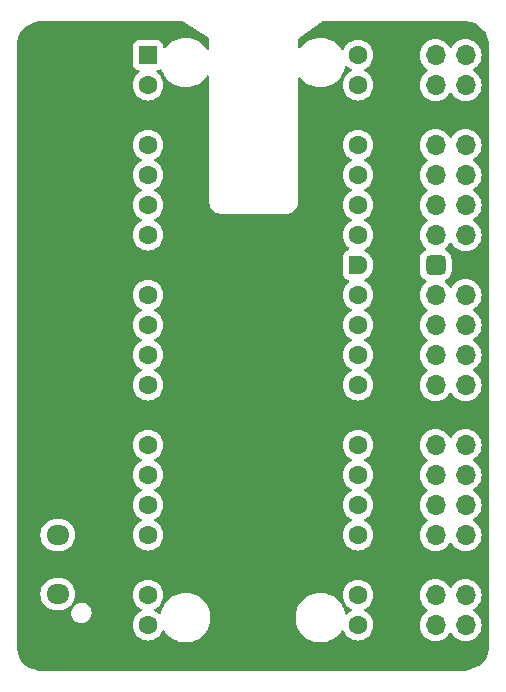
<source format=gbr>
%TF.GenerationSoftware,KiCad,Pcbnew,7.0.9*%
%TF.CreationDate,2024-01-10T08:51:33-08:00*%
%TF.ProjectId,rpi_adapter,7270695f-6164-4617-9074-65722e6b6963,rev?*%
%TF.SameCoordinates,PX82a7440PY660b0c0*%
%TF.FileFunction,Copper,L2,Bot*%
%TF.FilePolarity,Positive*%
%FSLAX46Y46*%
G04 Gerber Fmt 4.6, Leading zero omitted, Abs format (unit mm)*
G04 Created by KiCad (PCBNEW 7.0.9) date 2024-01-10 08:51:33*
%MOMM*%
%LPD*%
G01*
G04 APERTURE LIST*
G04 Aperture macros list*
%AMRoundRect*
0 Rectangle with rounded corners*
0 $1 Rounding radius*
0 $2 $3 $4 $5 $6 $7 $8 $9 X,Y pos of 4 corners*
0 Add a 4 corners polygon primitive as box body*
4,1,4,$2,$3,$4,$5,$6,$7,$8,$9,$2,$3,0*
0 Add four circle primitives for the rounded corners*
1,1,$1+$1,$2,$3*
1,1,$1+$1,$4,$5*
1,1,$1+$1,$6,$7*
1,1,$1+$1,$8,$9*
0 Add four rect primitives between the rounded corners*
20,1,$1+$1,$2,$3,$4,$5,0*
20,1,$1+$1,$4,$5,$6,$7,0*
20,1,$1+$1,$6,$7,$8,$9,0*
20,1,$1+$1,$8,$9,$2,$3,0*%
%AMFreePoly0*
4,1,28,0.605014,0.794986,0.644504,0.794986,0.724698,0.756366,0.780194,0.686777,0.800000,0.600000,0.800000,-0.600000,0.780194,-0.686777,0.724698,-0.756366,0.644504,-0.794986,0.605014,-0.794986,0.600000,-0.800000,0.000000,-0.800000,-0.178017,-0.779942,-0.347107,-0.720775,-0.498792,-0.625465,-0.625465,-0.498792,-0.720775,-0.347107,-0.779942,-0.178017,-0.800000,0.000000,-0.779942,0.178017,
-0.720775,0.347107,-0.625465,0.498792,-0.498792,0.625465,-0.347107,0.720775,-0.178017,0.779942,0.000000,0.800000,0.600000,0.800000,0.605014,0.794986,0.605014,0.794986,$1*%
%AMFreePoly1*
4,1,28,0.178017,0.779942,0.347107,0.720775,0.498792,0.625465,0.625465,0.498792,0.720775,0.347107,0.779942,0.178017,0.800000,0.000000,0.779942,-0.178017,0.720775,-0.347107,0.625465,-0.498792,0.498792,-0.625465,0.347107,-0.720775,0.178017,-0.779942,0.000000,-0.800000,-0.600000,-0.800000,-0.605014,-0.794986,-0.644504,-0.794986,-0.724698,-0.756366,-0.780194,-0.686777,-0.800000,-0.600000,
-0.800000,0.600000,-0.780194,0.686777,-0.724698,0.756366,-0.644504,0.794986,-0.605014,0.794986,-0.600000,0.800000,0.000000,0.800000,0.178017,0.779942,0.178017,0.779942,$1*%
G04 Aperture macros list end*
%TA.AperFunction,ComponentPad*%
%ADD10RoundRect,0.200000X-0.600000X-0.600000X0.600000X-0.600000X0.600000X0.600000X-0.600000X0.600000X0*%
%TD*%
%TA.AperFunction,ComponentPad*%
%ADD11C,1.600000*%
%TD*%
%TA.AperFunction,ComponentPad*%
%ADD12FreePoly0,0.000000*%
%TD*%
%TA.AperFunction,ComponentPad*%
%ADD13FreePoly1,0.000000*%
%TD*%
%TA.AperFunction,ComponentPad*%
%ADD14O,1.950000X1.700000*%
%TD*%
%TA.AperFunction,ComponentPad*%
%ADD15RoundRect,0.425000X0.550000X-0.425000X0.550000X0.425000X-0.550000X0.425000X-0.550000X-0.425000X0*%
%TD*%
%TA.AperFunction,ComponentPad*%
%ADD16O,1.700000X1.700000*%
%TD*%
%TA.AperFunction,ComponentPad*%
%ADD17RoundRect,0.425000X0.425000X0.425000X-0.425000X0.425000X-0.425000X-0.425000X0.425000X-0.425000X0*%
%TD*%
%TA.AperFunction,ViaPad*%
%ADD18C,0.800000*%
%TD*%
G04 APERTURE END LIST*
D10*
%TO.P,U1,1,GPIO0*%
%TO.N,/GPIO0*%
X-8890000Y24130000D03*
D11*
%TO.P,U1,2,GPIO1*%
%TO.N,/GPIO1*%
X-8890000Y21590000D03*
D12*
%TO.P,U1,3,GND*%
%TO.N,GND*%
X-8890000Y19050000D03*
D11*
%TO.P,U1,4,GPIO2*%
%TO.N,/GPIO2*%
X-8890000Y16510000D03*
%TO.P,U1,5,GPIO3*%
%TO.N,/GPIO3*%
X-8890000Y13970000D03*
%TO.P,U1,6,GPIO4*%
%TO.N,/GPIO4*%
X-8890000Y11430000D03*
%TO.P,U1,7,GPIO5*%
%TO.N,/GPIO5*%
X-8890000Y8890000D03*
D12*
%TO.P,U1,8,GND*%
%TO.N,GND*%
X-8890000Y6350000D03*
D11*
%TO.P,U1,9,GPIO6*%
%TO.N,/GPIO6*%
X-8890000Y3810000D03*
%TO.P,U1,10,GPIO7*%
%TO.N,/GPIO7*%
X-8890000Y1270000D03*
%TO.P,U1,11,GPIO8*%
%TO.N,/GPIO8*%
X-8890000Y-1270000D03*
%TO.P,U1,12,GPIO9*%
%TO.N,/GPIO9*%
X-8890000Y-3810000D03*
D12*
%TO.P,U1,13,GND*%
%TO.N,GND*%
X-8890000Y-6350000D03*
D11*
%TO.P,U1,14,GPIO10*%
%TO.N,/GPIO10*%
X-8890000Y-8890000D03*
%TO.P,U1,15,GPIO11*%
%TO.N,/GPIO11*%
X-8890000Y-11430000D03*
%TO.P,U1,16,GPIO12*%
%TO.N,/GPIO12*%
X-8890000Y-13970000D03*
%TO.P,U1,17,GPIO13*%
%TO.N,/GPIO13*%
X-8890000Y-16510000D03*
D12*
%TO.P,U1,18,GND*%
%TO.N,GND*%
X-8890000Y-19050000D03*
D11*
%TO.P,U1,19,GPIO14*%
%TO.N,/GPIO14*%
X-8890000Y-21590000D03*
%TO.P,U1,20,GPIO15*%
%TO.N,/GPIO15*%
X-8890000Y-24130000D03*
%TO.P,U1,21,GPIO16*%
%TO.N,/GPIO16*%
X8890000Y-24130000D03*
%TO.P,U1,22,GPIO17*%
%TO.N,/GPIO17*%
X8890000Y-21590000D03*
D13*
%TO.P,U1,23,GND*%
%TO.N,GND*%
X8890000Y-19050000D03*
D11*
%TO.P,U1,24,GPIO18*%
%TO.N,/GPIO18*%
X8890000Y-16510000D03*
%TO.P,U1,25,GPIO19*%
%TO.N,/GPIO19*%
X8890000Y-13970000D03*
%TO.P,U1,26,GPIO20*%
%TO.N,/GPIO20*%
X8890000Y-11430000D03*
%TO.P,U1,27,GPIO21*%
%TO.N,/GPIO21*%
X8890000Y-8890000D03*
D13*
%TO.P,U1,28,GND*%
%TO.N,GND*%
X8890000Y-6350000D03*
D11*
%TO.P,U1,29,GPIO22*%
%TO.N,/GPIO22*%
X8890000Y-3810000D03*
%TO.P,U1,30,RUN*%
%TO.N,/RUN*%
X8890000Y-1270000D03*
%TO.P,U1,31,GPIO26_ADC0*%
%TO.N,/ADC0*%
X8890000Y1270000D03*
%TO.P,U1,32,GPIO27_ADC1*%
%TO.N,/ADC1*%
X8890000Y3810000D03*
D13*
%TO.P,U1,33,AGND*%
%TO.N,GNDREF*%
X8890000Y6350000D03*
D11*
%TO.P,U1,34,GPIO28_ADC2*%
%TO.N,/ADC2*%
X8890000Y8890000D03*
%TO.P,U1,35,ADC_VREF*%
%TO.N,/ADC_VREF*%
X8890000Y11430000D03*
%TO.P,U1,36,3V3*%
%TO.N,+3V3*%
X8890000Y13970000D03*
%TO.P,U1,37,3V3_EN*%
%TO.N,/3V3_EN*%
X8890000Y16510000D03*
D13*
%TO.P,U1,38,GND*%
%TO.N,GND*%
X8890000Y19050000D03*
D11*
%TO.P,U1,39,VSYS*%
%TO.N,VS*%
X8890000Y21590000D03*
%TO.P,U1,40,VBUS*%
%TO.N,VBUS*%
X8890000Y24130000D03*
%TD*%
D14*
%TO.P,J2,1,Pin_1*%
%TO.N,/SWCLK*%
X-16525000Y-21500000D03*
D15*
%TO.P,J2,2,Pin_2*%
%TO.N,GND*%
X-16525000Y-19000000D03*
D14*
%TO.P,J2,3,Pin_3*%
%TO.N,/SWDIO*%
X-16525000Y-16500000D03*
%TD*%
D16*
%TO.P,J1,1,Pin_1*%
%TO.N,/GPIO0*%
X18000000Y24130000D03*
%TO.P,J1,2,Pin_2*%
%TO.N,/GPIO1*%
X18000000Y21590000D03*
D17*
%TO.P,J1,3,Pin_3*%
%TO.N,GND*%
X18000000Y19050000D03*
D16*
%TO.P,J1,4,Pin_4*%
%TO.N,/GPIO2*%
X18000000Y16510000D03*
%TO.P,J1,5,Pin_5*%
%TO.N,/GPIO3*%
X18000000Y13970000D03*
%TO.P,J1,6,Pin_6*%
%TO.N,/GPIO4*%
X18000000Y11430000D03*
%TO.P,J1,7,Pin_7*%
%TO.N,/GPIO5*%
X18000000Y8890000D03*
D17*
%TO.P,J1,8,Pin_8*%
%TO.N,GND*%
X18000000Y6350000D03*
D16*
%TO.P,J1,9,Pin_9*%
%TO.N,/GPIO6*%
X18000000Y3810000D03*
%TO.P,J1,10,Pin_10*%
%TO.N,/GPIO7*%
X18000000Y1270000D03*
%TO.P,J1,11,Pin_11*%
%TO.N,/GPIO8*%
X18000000Y-1270000D03*
%TO.P,J1,12,Pin_12*%
%TO.N,/GPIO9*%
X18000000Y-3810000D03*
D17*
%TO.P,J1,13,Pin_13*%
%TO.N,GND*%
X18000000Y-6350000D03*
D16*
%TO.P,J1,14,Pin_14*%
%TO.N,/GPIO10*%
X18000000Y-8890000D03*
%TO.P,J1,15,Pin_15*%
%TO.N,/GPIO11*%
X18000000Y-11430000D03*
%TO.P,J1,16,Pin_16*%
%TO.N,/GPIO12*%
X18000000Y-13970000D03*
%TO.P,J1,17,Pin_17*%
%TO.N,/GPIO13*%
X18000000Y-16510000D03*
D17*
%TO.P,J1,18,Pin_18*%
%TO.N,GND*%
X18000000Y-19050000D03*
D16*
%TO.P,J1,19,Pin_19*%
%TO.N,/GPIO14*%
X18000000Y-21590000D03*
%TO.P,J1,20,Pin_20*%
%TO.N,/GPIO15*%
X18000000Y-24130000D03*
%TO.P,J1,21,Pin_21*%
%TO.N,/GPIO16*%
X15460000Y-24130000D03*
%TO.P,J1,22,Pin_22*%
%TO.N,/GPIO17*%
X15460000Y-21590000D03*
D17*
%TO.P,J1,23,Pin_23*%
%TO.N,GND*%
X15460000Y-19050000D03*
D16*
%TO.P,J1,24,Pin_24*%
%TO.N,/GPIO18*%
X15460000Y-16510000D03*
%TO.P,J1,25,Pin_25*%
%TO.N,/GPIO19*%
X15460000Y-13970000D03*
%TO.P,J1,26,Pin_26*%
%TO.N,/GPIO20*%
X15460000Y-11430000D03*
%TO.P,J1,27,Pin_27*%
%TO.N,/GPIO21*%
X15460000Y-8890000D03*
D17*
%TO.P,J1,28,Pin_28*%
%TO.N,GND*%
X15460000Y-6350000D03*
D16*
%TO.P,J1,29,Pin_29*%
%TO.N,/GPIO22*%
X15460000Y-3810000D03*
%TO.P,J1,30,Pin_30*%
%TO.N,/RUN*%
X15460000Y-1270000D03*
%TO.P,J1,31,Pin_31*%
%TO.N,/ADC0*%
X15460000Y1270000D03*
%TO.P,J1,32,Pin_32*%
%TO.N,/ADC1*%
X15460000Y3810000D03*
D17*
%TO.P,J1,33,Pin_33*%
%TO.N,GNDREF*%
X15460000Y6350000D03*
D16*
%TO.P,J1,34,Pin_34*%
%TO.N,/ADC2*%
X15460000Y8890000D03*
%TO.P,J1,35,Pin_35*%
%TO.N,/ADC_VREF*%
X15460000Y11430000D03*
%TO.P,J1,36,Pin_36*%
%TO.N,+3V3*%
X15460000Y13970000D03*
%TO.P,J1,37,Pin_37*%
%TO.N,/3V3_EN*%
X15460000Y16510000D03*
D17*
%TO.P,J1,38,Pin_38*%
%TO.N,GND*%
X15460000Y19050000D03*
D16*
%TO.P,J1,39,Pin_39*%
%TO.N,VS*%
X15460000Y21590000D03*
%TO.P,J1,40,Pin_40*%
%TO.N,VBUS*%
X15460000Y24130000D03*
%TD*%
D18*
%TO.N,GND*%
X0Y-22000000D03*
X12446000Y5080000D03*
%TD*%
%TA.AperFunction,Conductor*%
%TO.N,GND*%
G36*
X-5969972Y26979815D02*
G01*
X-5969274Y26979364D01*
X-5853516Y26903870D01*
X-3756762Y25536423D01*
X-3711363Y25483314D01*
X-3700500Y25432560D01*
X-3700500Y24697181D01*
X-3720185Y24630142D01*
X-3772989Y24584387D01*
X-3842147Y24574443D01*
X-3905703Y24603468D01*
X-3930448Y24632753D01*
X-3979943Y24714144D01*
X-3986724Y24722480D01*
X-4161292Y24937053D01*
X-4318306Y25083694D01*
X-4371300Y25133188D01*
X-4606065Y25298902D01*
X-4861207Y25431106D01*
X-5131963Y25527333D01*
X-5131966Y25527334D01*
X-5308491Y25564016D01*
X-5413314Y25585798D01*
X-5413316Y25585799D01*
X-5413320Y25585799D01*
X-5549346Y25595103D01*
X-5628248Y25600500D01*
X-5771752Y25600500D01*
X-5845257Y25595473D01*
X-5986681Y25585799D01*
X-6268035Y25527334D01*
X-6268038Y25527333D01*
X-6538794Y25431106D01*
X-6793936Y25298902D01*
X-7028701Y25133188D01*
X-7238712Y24937050D01*
X-7374425Y24770235D01*
X-7432002Y24730654D01*
X-7501838Y24728486D01*
X-7561760Y24764418D01*
X-7592744Y24827042D01*
X-7594102Y24837255D01*
X-7595914Y24857196D01*
X-7646522Y25019606D01*
X-7734528Y25165185D01*
X-7734530Y25165187D01*
X-7734531Y25165189D01*
X-7854812Y25285470D01*
X-7885519Y25304033D01*
X-8000394Y25373478D01*
X-8162804Y25424086D01*
X-8162806Y25424087D01*
X-8162808Y25424087D01*
X-8212222Y25428577D01*
X-8233384Y25430500D01*
X-9546616Y25430500D01*
X-9565855Y25428752D01*
X-9617193Y25424087D01*
X-9779607Y25373478D01*
X-9925189Y25285470D01*
X-10045470Y25165189D01*
X-10133478Y25019607D01*
X-10184087Y24857193D01*
X-10187372Y24821036D01*
X-10190500Y24786616D01*
X-10190500Y23473384D01*
X-10188577Y23452222D01*
X-10184087Y23402808D01*
X-10133478Y23240394D01*
X-10045470Y23094812D01*
X-9925189Y22974531D01*
X-9925187Y22974530D01*
X-9925185Y22974528D01*
X-9779606Y22886522D01*
X-9692750Y22859457D01*
X-9634603Y22820720D01*
X-9606628Y22756695D01*
X-9617709Y22687710D01*
X-9658517Y22639497D01*
X-9729142Y22590046D01*
X-9890046Y22429142D01*
X-10020568Y22242735D01*
X-10020569Y22242733D01*
X-10116739Y22036498D01*
X-10116742Y22036489D01*
X-10175634Y21816698D01*
X-10175636Y21816687D01*
X-10195468Y21590002D01*
X-10195468Y21589999D01*
X-10175636Y21363314D01*
X-10175634Y21363303D01*
X-10116742Y21143512D01*
X-10116739Y21143503D01*
X-10020569Y20937268D01*
X-10020568Y20937266D01*
X-9890046Y20750859D01*
X-9729142Y20589955D01*
X-9729139Y20589953D01*
X-9542734Y20459432D01*
X-9336496Y20363261D01*
X-9116692Y20304365D01*
X-8954770Y20290199D01*
X-8890002Y20284532D01*
X-8890000Y20284532D01*
X-8889998Y20284532D01*
X-8833327Y20289491D01*
X-8663308Y20304365D01*
X-8443504Y20363261D01*
X-8237266Y20459432D01*
X-8050861Y20589953D01*
X-7889953Y20750861D01*
X-7759432Y20937266D01*
X-7663261Y21143504D01*
X-7604365Y21363308D01*
X-7584532Y21590000D01*
X-7604365Y21816692D01*
X-7663261Y22036496D01*
X-7759432Y22242734D01*
X-7889953Y22429139D01*
X-7889955Y22429142D01*
X-8050858Y22590045D01*
X-8105770Y22628494D01*
X-8121485Y22639498D01*
X-8165109Y22694073D01*
X-8172303Y22763571D01*
X-8140781Y22825926D01*
X-8087253Y22859457D01*
X-8000394Y22886522D01*
X-7891192Y22952538D01*
X-7823639Y22970374D01*
X-7757165Y22948857D01*
X-7712877Y22894817D01*
X-7707642Y22879879D01*
X-7683844Y22794942D01*
X-7683843Y22794939D01*
X-7683842Y22794937D01*
X-7683842Y22794936D01*
X-7569366Y22531383D01*
X-7420056Y22285854D01*
X-7396212Y22256546D01*
X-7238708Y22062947D01*
X-7112895Y21945446D01*
X-7028701Y21866813D01*
X-6970043Y21825408D01*
X-6793936Y21701099D01*
X-6538797Y21568896D01*
X-6268032Y21472666D01*
X-5986686Y21414202D01*
X-5771752Y21399500D01*
X-5771747Y21399500D01*
X-5628253Y21399500D01*
X-5628248Y21399500D01*
X-5413314Y21414202D01*
X-5131968Y21472666D01*
X-4861203Y21568896D01*
X-4606064Y21701099D01*
X-4371302Y21866811D01*
X-4161292Y22062947D01*
X-3979945Y22285853D01*
X-3930445Y22367252D01*
X-3878795Y22414303D01*
X-3809905Y22425961D01*
X-3745648Y22398524D01*
X-3706425Y22340702D01*
X-3700498Y22302823D01*
X-3700489Y11700511D01*
X-3700489Y11700011D01*
X-3700490Y11612483D01*
X-3700490Y11612475D01*
X-3670093Y11440072D01*
X-3640279Y11358160D01*
X-3610217Y11275564D01*
X-3568503Y11203314D01*
X-3522683Y11123950D01*
X-3522650Y11123911D01*
X-3410155Y10989845D01*
X-3276047Y10877315D01*
X-3124436Y10789783D01*
X-2959928Y10729908D01*
X-2821722Y10705540D01*
X-2816602Y10704411D01*
X-2800002Y10700001D01*
X-2800000Y10700000D01*
X-2795827Y10700000D01*
X-2790420Y10699764D01*
X-2787537Y10699513D01*
X-2787522Y10699510D01*
X-2700034Y10699511D01*
X2748178Y10699462D01*
X2748184Y10699460D01*
X2800124Y10699460D01*
X2845469Y10698880D01*
X2851030Y10699463D01*
X2887571Y10699463D01*
X2887572Y10699463D01*
X2887577Y10699464D01*
X2930330Y10707005D01*
X3059974Y10729868D01*
X3224478Y10789746D01*
X3376086Y10877280D01*
X3510191Y10989809D01*
X3622720Y11123914D01*
X3710254Y11275522D01*
X3770132Y11440026D01*
X3800537Y11612429D01*
X3800540Y11699960D01*
X3800540Y11700460D01*
X3800509Y22157509D01*
X3820193Y22224546D01*
X3872997Y22270301D01*
X3942156Y22280245D01*
X4005711Y22251220D01*
X4020696Y22235763D01*
X4161292Y22062947D01*
X4287105Y21945446D01*
X4371299Y21866813D01*
X4429957Y21825408D01*
X4606064Y21701099D01*
X4861203Y21568896D01*
X5131968Y21472666D01*
X5413314Y21414202D01*
X5628248Y21399500D01*
X5628253Y21399500D01*
X5771747Y21399500D01*
X5771752Y21399500D01*
X5986686Y21414202D01*
X6268032Y21472666D01*
X6538797Y21568896D01*
X6793936Y21701099D01*
X7028698Y21866811D01*
X7238708Y22062947D01*
X7420055Y22285853D01*
X7569361Y22531375D01*
X7569363Y22531380D01*
X7569365Y22531383D01*
X7637267Y22687710D01*
X7683844Y22794942D01*
X7761371Y23071642D01*
X7769404Y23130088D01*
X7798034Y23193822D01*
X7856577Y23231960D01*
X7926445Y23232394D01*
X7979930Y23200883D01*
X8050858Y23129955D01*
X8050861Y23129953D01*
X8237266Y22999432D01*
X8295275Y22972382D01*
X8347714Y22926209D01*
X8366866Y22859016D01*
X8346650Y22792135D01*
X8295275Y22747618D01*
X8237267Y22720569D01*
X8237265Y22720568D01*
X8050858Y22590046D01*
X7889954Y22429142D01*
X7759432Y22242735D01*
X7759431Y22242733D01*
X7663261Y22036498D01*
X7663258Y22036489D01*
X7604366Y21816698D01*
X7604364Y21816687D01*
X7584532Y21590002D01*
X7584532Y21589999D01*
X7604364Y21363314D01*
X7604366Y21363303D01*
X7663258Y21143512D01*
X7663261Y21143503D01*
X7759431Y20937268D01*
X7759432Y20937266D01*
X7889954Y20750859D01*
X8050858Y20589955D01*
X8050861Y20589953D01*
X8237266Y20459432D01*
X8443504Y20363261D01*
X8663308Y20304365D01*
X8825230Y20290199D01*
X8889998Y20284532D01*
X8890000Y20284532D01*
X8890002Y20284532D01*
X8946673Y20289491D01*
X9116692Y20304365D01*
X9336496Y20363261D01*
X9542734Y20459432D01*
X9729139Y20589953D01*
X9890047Y20750861D01*
X10020568Y20937266D01*
X10116739Y21143504D01*
X10175635Y21363308D01*
X10195468Y21590000D01*
X14104341Y21590000D01*
X14124936Y21354597D01*
X14124938Y21354587D01*
X14186094Y21126345D01*
X14186096Y21126341D01*
X14186097Y21126337D01*
X14190000Y21117968D01*
X14285965Y20912170D01*
X14285967Y20912166D01*
X14394281Y20757479D01*
X14421505Y20718599D01*
X14588599Y20551505D01*
X14685384Y20483735D01*
X14782165Y20415968D01*
X14782167Y20415967D01*
X14782170Y20415965D01*
X14996337Y20316097D01*
X15224592Y20254937D01*
X15412918Y20238461D01*
X15459999Y20234341D01*
X15460000Y20234341D01*
X15460001Y20234341D01*
X15499234Y20237774D01*
X15695408Y20254937D01*
X15923663Y20316097D01*
X16137830Y20415965D01*
X16331401Y20551505D01*
X16498495Y20718599D01*
X16628425Y20904158D01*
X16683002Y20947783D01*
X16752500Y20954977D01*
X16814855Y20923454D01*
X16831575Y20904158D01*
X16961500Y20718605D01*
X16961505Y20718599D01*
X17128599Y20551505D01*
X17225384Y20483735D01*
X17322165Y20415968D01*
X17322167Y20415967D01*
X17322170Y20415965D01*
X17536337Y20316097D01*
X17764592Y20254937D01*
X17952918Y20238461D01*
X17999999Y20234341D01*
X18000000Y20234341D01*
X18000001Y20234341D01*
X18039234Y20237774D01*
X18235408Y20254937D01*
X18463663Y20316097D01*
X18677830Y20415965D01*
X18871401Y20551505D01*
X19038495Y20718599D01*
X19174035Y20912170D01*
X19273903Y21126337D01*
X19335063Y21354592D01*
X19355659Y21590000D01*
X19335063Y21825408D01*
X19273903Y22053663D01*
X19174035Y22267829D01*
X19168425Y22275842D01*
X19038494Y22461403D01*
X18871402Y22628494D01*
X18871396Y22628499D01*
X18685842Y22758425D01*
X18642217Y22813002D01*
X18635023Y22882500D01*
X18666546Y22944855D01*
X18685842Y22961575D01*
X18739909Y22999433D01*
X18871401Y23091505D01*
X19038495Y23258599D01*
X19174035Y23452170D01*
X19273903Y23666337D01*
X19335063Y23894592D01*
X19355659Y24130000D01*
X19354293Y24145608D01*
X19335826Y24356687D01*
X19335063Y24365408D01*
X19278502Y24576498D01*
X19273905Y24593656D01*
X19273904Y24593657D01*
X19273903Y24593663D01*
X19174035Y24807829D01*
X19168425Y24815842D01*
X19038494Y25001403D01*
X18871402Y25168494D01*
X18871395Y25168499D01*
X18677834Y25304033D01*
X18677830Y25304035D01*
X18564806Y25356739D01*
X18463663Y25403903D01*
X18463659Y25403904D01*
X18463655Y25403906D01*
X18235413Y25465062D01*
X18235403Y25465064D01*
X18000001Y25485659D01*
X17999999Y25485659D01*
X17764596Y25465064D01*
X17764586Y25465062D01*
X17536344Y25403906D01*
X17536335Y25403902D01*
X17322171Y25304036D01*
X17322169Y25304035D01*
X17128597Y25168495D01*
X16961505Y25001403D01*
X16831575Y24815842D01*
X16776998Y24772217D01*
X16707500Y24765023D01*
X16645145Y24796546D01*
X16628425Y24815842D01*
X16498494Y25001403D01*
X16331402Y25168494D01*
X16331395Y25168499D01*
X16137834Y25304033D01*
X16137830Y25304035D01*
X16024806Y25356739D01*
X15923663Y25403903D01*
X15923659Y25403904D01*
X15923655Y25403906D01*
X15695413Y25465062D01*
X15695403Y25465064D01*
X15460001Y25485659D01*
X15459999Y25485659D01*
X15224596Y25465064D01*
X15224586Y25465062D01*
X14996344Y25403906D01*
X14996335Y25403902D01*
X14782171Y25304036D01*
X14782169Y25304035D01*
X14588597Y25168495D01*
X14421505Y25001403D01*
X14285965Y24807831D01*
X14285964Y24807829D01*
X14186098Y24593665D01*
X14186094Y24593656D01*
X14124938Y24365414D01*
X14124936Y24365404D01*
X14104341Y24130001D01*
X14104341Y24130000D01*
X14124936Y23894597D01*
X14124938Y23894587D01*
X14186094Y23666345D01*
X14186096Y23666341D01*
X14186097Y23666337D01*
X14266004Y23494977D01*
X14285965Y23452170D01*
X14285967Y23452166D01*
X14394281Y23297479D01*
X14421501Y23258604D01*
X14421506Y23258598D01*
X14588597Y23091507D01*
X14588603Y23091502D01*
X14774158Y22961575D01*
X14817783Y22906998D01*
X14824977Y22837500D01*
X14793454Y22775145D01*
X14774158Y22758425D01*
X14588597Y22628495D01*
X14421505Y22461403D01*
X14285965Y22267831D01*
X14285964Y22267829D01*
X14186098Y22053665D01*
X14186094Y22053656D01*
X14124938Y21825414D01*
X14124936Y21825404D01*
X14104341Y21590001D01*
X14104341Y21590000D01*
X10195468Y21590000D01*
X10175635Y21816692D01*
X10116739Y22036496D01*
X10020568Y22242734D01*
X9890047Y22429139D01*
X9890045Y22429142D01*
X9729141Y22590046D01*
X9542734Y22720568D01*
X9542728Y22720571D01*
X9484725Y22747618D01*
X9432285Y22793790D01*
X9413133Y22860983D01*
X9433348Y22927865D01*
X9484725Y22972382D01*
X9542734Y22999432D01*
X9729139Y23129953D01*
X9890047Y23290861D01*
X10020568Y23477266D01*
X10116739Y23683504D01*
X10175635Y23903308D01*
X10195468Y24130000D01*
X10194102Y24145608D01*
X10175635Y24356687D01*
X10175635Y24356692D01*
X10116739Y24576496D01*
X10020568Y24782734D01*
X9890047Y24969139D01*
X9890045Y24969142D01*
X9729141Y25130046D01*
X9542734Y25260568D01*
X9542732Y25260569D01*
X9336497Y25356739D01*
X9336488Y25356742D01*
X9116697Y25415634D01*
X9116693Y25415635D01*
X9116692Y25415635D01*
X9116691Y25415636D01*
X9116686Y25415636D01*
X8890002Y25435468D01*
X8889998Y25435468D01*
X8663313Y25415636D01*
X8663302Y25415634D01*
X8443511Y25356742D01*
X8443502Y25356739D01*
X8237267Y25260569D01*
X8237265Y25260568D01*
X8050858Y25130046D01*
X7889954Y24969142D01*
X7759432Y24782735D01*
X7759431Y24782733D01*
X7691968Y24638058D01*
X7645795Y24585619D01*
X7578602Y24566467D01*
X7511721Y24586683D01*
X7473638Y24626034D01*
X7420055Y24714147D01*
X7361097Y24786616D01*
X7238708Y24937053D01*
X7081694Y25083694D01*
X7028700Y25133188D01*
X6793935Y25298902D01*
X6538793Y25431106D01*
X6268037Y25527333D01*
X6268034Y25527334D01*
X6091509Y25564016D01*
X5986686Y25585798D01*
X5986684Y25585799D01*
X5986680Y25585799D01*
X5850654Y25595103D01*
X5771752Y25600500D01*
X5628248Y25600500D01*
X5554743Y25595473D01*
X5413319Y25585799D01*
X5131965Y25527334D01*
X5131962Y25527333D01*
X4861206Y25431106D01*
X4606064Y25298902D01*
X4371299Y25133188D01*
X4161288Y24937050D01*
X4020689Y24764229D01*
X3963112Y24724649D01*
X3893276Y24722480D01*
X3833354Y24758412D01*
X3802370Y24821036D01*
X3800501Y24842475D01*
X3800500Y25434203D01*
X3820184Y25501241D01*
X3854646Y25536654D01*
X3926726Y25585799D01*
X5968551Y26977953D01*
X6035030Y26999454D01*
X6038405Y26999500D01*
X17988640Y26999500D01*
X18015538Y26996548D01*
X18814602Y26818978D01*
X18842543Y26809144D01*
X18912953Y26774421D01*
X18930404Y26764893D01*
X18944289Y26757311D01*
X18966513Y26741801D01*
X19135584Y26593864D01*
X19598869Y26188489D01*
X19616481Y26169480D01*
X19631551Y26149350D01*
X19633469Y26146640D01*
X19704962Y26039643D01*
X19707829Y26034908D01*
X19738125Y25979425D01*
X19746929Y25959211D01*
X19976854Y25269438D01*
X19982901Y25239072D01*
X19994018Y25083638D01*
X19999367Y25002034D01*
X19999500Y24997978D01*
X19999500Y-25997976D01*
X19999367Y-26002033D01*
X19994023Y-26083558D01*
X19990750Y-26129311D01*
X19987364Y-26150536D01*
X19822947Y-26808205D01*
X19813861Y-26832974D01*
X19774431Y-26912932D01*
X19752132Y-26953769D01*
X19738560Y-26973725D01*
X19320645Y-27475225D01*
X19269898Y-27511577D01*
X18022788Y-27991235D01*
X17978275Y-27999500D01*
X-17997976Y-27999500D01*
X-18002026Y-27999367D01*
X-18029852Y-27997543D01*
X-18083647Y-27994017D01*
X-18117642Y-27991586D01*
X-18144427Y-27986672D01*
X-18178799Y-27976360D01*
X-18321539Y-27933538D01*
X-18974947Y-27737515D01*
X-18998736Y-27727580D01*
X-19034909Y-27707828D01*
X-19039642Y-27704962D01*
X-19146642Y-27633467D01*
X-19149352Y-27631549D01*
X-19218219Y-27579996D01*
X-19231590Y-27568410D01*
X-19568412Y-27231588D01*
X-19579997Y-27218219D01*
X-19580396Y-27217686D01*
X-19631582Y-27149309D01*
X-19633438Y-27146687D01*
X-19704965Y-27039640D01*
X-19707826Y-27034914D01*
X-19727580Y-26998737D01*
X-19737518Y-26974941D01*
X-19778753Y-26837489D01*
X-19986676Y-26144417D01*
X-19991588Y-26117640D01*
X-19994002Y-26083890D01*
X-19996925Y-26039292D01*
X-19999367Y-26002018D01*
X-19999500Y-25997963D01*
X-19999500Y-24130001D01*
X-10195468Y-24130001D01*
X-10175636Y-24356686D01*
X-10175634Y-24356697D01*
X-10116742Y-24576488D01*
X-10116739Y-24576497D01*
X-10020569Y-24782732D01*
X-10020568Y-24782734D01*
X-9890046Y-24969141D01*
X-9729142Y-25130045D01*
X-9729139Y-25130047D01*
X-9542734Y-25260568D01*
X-9336496Y-25356739D01*
X-9116692Y-25415635D01*
X-8954770Y-25429801D01*
X-8890002Y-25435468D01*
X-8890000Y-25435468D01*
X-8889998Y-25435468D01*
X-8833327Y-25430509D01*
X-8663308Y-25415635D01*
X-8443504Y-25356739D01*
X-8237266Y-25260568D01*
X-8050861Y-25130047D01*
X-7889953Y-24969139D01*
X-7759432Y-24782734D01*
X-7691967Y-24638055D01*
X-7645797Y-24585618D01*
X-7578604Y-24566466D01*
X-7511722Y-24586681D01*
X-7473639Y-24626033D01*
X-7420056Y-24714146D01*
X-7353019Y-24796546D01*
X-7238708Y-24937053D01*
X-7169808Y-25001401D01*
X-7028701Y-25133187D01*
X-6978676Y-25168498D01*
X-6793936Y-25298901D01*
X-6538797Y-25431104D01*
X-6268032Y-25527334D01*
X-5986686Y-25585798D01*
X-5771752Y-25600500D01*
X-5771747Y-25600500D01*
X-5628253Y-25600500D01*
X-5628248Y-25600500D01*
X-5413314Y-25585798D01*
X-5131968Y-25527334D01*
X-4861203Y-25431104D01*
X-4606064Y-25298901D01*
X-4371302Y-25133189D01*
X-4161292Y-24937053D01*
X-3979945Y-24714147D01*
X-3830639Y-24468625D01*
X-3830637Y-24468620D01*
X-3830635Y-24468617D01*
X-3716159Y-24205064D01*
X-3716156Y-24205058D01*
X-3638629Y-23928358D01*
X-3599500Y-23643678D01*
X3599500Y-23643678D01*
X3636206Y-23910733D01*
X3638629Y-23928357D01*
X3638630Y-23928364D01*
X3679877Y-24075578D01*
X3716156Y-24205058D01*
X3716157Y-24205061D01*
X3716158Y-24205063D01*
X3716158Y-24205064D01*
X3830634Y-24468617D01*
X3979944Y-24714146D01*
X4046981Y-24796546D01*
X4161292Y-24937053D01*
X4230192Y-25001401D01*
X4371299Y-25133187D01*
X4421324Y-25168498D01*
X4606064Y-25298901D01*
X4861203Y-25431104D01*
X5131968Y-25527334D01*
X5413314Y-25585798D01*
X5628248Y-25600500D01*
X5628253Y-25600500D01*
X5771747Y-25600500D01*
X5771752Y-25600500D01*
X5986686Y-25585798D01*
X6268032Y-25527334D01*
X6538797Y-25431104D01*
X6793936Y-25298901D01*
X7028698Y-25133189D01*
X7238708Y-24937053D01*
X7420055Y-24714147D01*
X7473639Y-24626033D01*
X7525289Y-24578982D01*
X7594180Y-24567324D01*
X7658437Y-24594761D01*
X7691968Y-24638057D01*
X7759431Y-24782732D01*
X7759432Y-24782734D01*
X7889954Y-24969141D01*
X8050858Y-25130045D01*
X8050861Y-25130047D01*
X8237266Y-25260568D01*
X8443504Y-25356739D01*
X8663308Y-25415635D01*
X8825230Y-25429801D01*
X8889998Y-25435468D01*
X8890000Y-25435468D01*
X8890002Y-25435468D01*
X8946673Y-25430509D01*
X9116692Y-25415635D01*
X9336496Y-25356739D01*
X9542734Y-25260568D01*
X9729139Y-25130047D01*
X9890047Y-24969139D01*
X10020568Y-24782734D01*
X10116739Y-24576496D01*
X10175635Y-24356692D01*
X10195468Y-24130000D01*
X14104341Y-24130000D01*
X14124936Y-24365403D01*
X14124938Y-24365413D01*
X14186094Y-24593655D01*
X14186096Y-24593659D01*
X14186097Y-24593663D01*
X14242280Y-24714147D01*
X14285965Y-24807830D01*
X14285967Y-24807834D01*
X14376445Y-24937049D01*
X14421505Y-25001401D01*
X14588599Y-25168495D01*
X14685384Y-25236265D01*
X14782165Y-25304032D01*
X14782167Y-25304033D01*
X14782170Y-25304035D01*
X14996337Y-25403903D01*
X15224592Y-25465063D01*
X15412918Y-25481539D01*
X15459999Y-25485659D01*
X15460000Y-25485659D01*
X15460001Y-25485659D01*
X15499234Y-25482226D01*
X15695408Y-25465063D01*
X15923663Y-25403903D01*
X16137830Y-25304035D01*
X16331401Y-25168495D01*
X16498495Y-25001401D01*
X16628425Y-24815842D01*
X16683002Y-24772217D01*
X16752500Y-24765023D01*
X16814855Y-24796546D01*
X16831575Y-24815842D01*
X16961500Y-25001395D01*
X16961505Y-25001401D01*
X17128599Y-25168495D01*
X17225384Y-25236265D01*
X17322165Y-25304032D01*
X17322167Y-25304033D01*
X17322170Y-25304035D01*
X17536337Y-25403903D01*
X17764592Y-25465063D01*
X17952918Y-25481539D01*
X17999999Y-25485659D01*
X18000000Y-25485659D01*
X18000001Y-25485659D01*
X18039234Y-25482226D01*
X18235408Y-25465063D01*
X18463663Y-25403903D01*
X18677830Y-25304035D01*
X18871401Y-25168495D01*
X19038495Y-25001401D01*
X19174035Y-24807830D01*
X19273903Y-24593663D01*
X19335063Y-24365408D01*
X19355659Y-24130000D01*
X19335063Y-23894592D01*
X19273903Y-23666337D01*
X19174035Y-23452171D01*
X19168425Y-23444158D01*
X19038494Y-23258597D01*
X18871402Y-23091506D01*
X18871396Y-23091501D01*
X18685842Y-22961575D01*
X18642217Y-22906998D01*
X18635023Y-22837500D01*
X18666546Y-22775145D01*
X18685842Y-22758425D01*
X18806363Y-22674035D01*
X18871401Y-22628495D01*
X19038495Y-22461401D01*
X19174035Y-22267830D01*
X19273903Y-22053663D01*
X19335063Y-21825408D01*
X19355659Y-21590000D01*
X19335063Y-21354592D01*
X19273903Y-21126337D01*
X19174035Y-20912171D01*
X19168425Y-20904158D01*
X19038494Y-20718597D01*
X18871402Y-20551506D01*
X18871395Y-20551501D01*
X18677834Y-20415967D01*
X18677830Y-20415965D01*
X18564806Y-20363261D01*
X18463663Y-20316097D01*
X18463659Y-20316096D01*
X18463655Y-20316094D01*
X18235413Y-20254938D01*
X18235403Y-20254936D01*
X18000001Y-20234341D01*
X17999999Y-20234341D01*
X17764596Y-20254936D01*
X17764586Y-20254938D01*
X17536344Y-20316094D01*
X17536335Y-20316098D01*
X17322171Y-20415964D01*
X17322169Y-20415965D01*
X17128597Y-20551505D01*
X16961505Y-20718597D01*
X16831575Y-20904158D01*
X16776998Y-20947783D01*
X16707500Y-20954977D01*
X16645145Y-20923454D01*
X16628425Y-20904158D01*
X16498494Y-20718597D01*
X16331402Y-20551506D01*
X16331395Y-20551501D01*
X16137834Y-20415967D01*
X16137830Y-20415965D01*
X16024806Y-20363261D01*
X15923663Y-20316097D01*
X15923659Y-20316096D01*
X15923655Y-20316094D01*
X15695413Y-20254938D01*
X15695403Y-20254936D01*
X15460001Y-20234341D01*
X15459999Y-20234341D01*
X15224596Y-20254936D01*
X15224586Y-20254938D01*
X14996344Y-20316094D01*
X14996335Y-20316098D01*
X14782171Y-20415964D01*
X14782169Y-20415965D01*
X14588597Y-20551505D01*
X14421505Y-20718597D01*
X14285965Y-20912169D01*
X14285964Y-20912171D01*
X14186098Y-21126335D01*
X14186094Y-21126344D01*
X14124938Y-21354586D01*
X14124936Y-21354596D01*
X14104341Y-21589999D01*
X14104341Y-21590000D01*
X14124936Y-21825403D01*
X14124938Y-21825413D01*
X14186094Y-22053655D01*
X14186096Y-22053659D01*
X14186097Y-22053663D01*
X14190428Y-22062950D01*
X14285965Y-22267830D01*
X14285967Y-22267834D01*
X14324986Y-22323558D01*
X14421501Y-22461396D01*
X14421506Y-22461402D01*
X14588597Y-22628493D01*
X14588603Y-22628498D01*
X14774158Y-22758425D01*
X14817783Y-22813002D01*
X14824977Y-22882500D01*
X14793454Y-22944855D01*
X14774158Y-22961575D01*
X14588597Y-23091505D01*
X14421505Y-23258597D01*
X14285965Y-23452169D01*
X14285964Y-23452171D01*
X14186098Y-23666335D01*
X14186094Y-23666344D01*
X14124938Y-23894586D01*
X14124936Y-23894596D01*
X14104341Y-24129999D01*
X14104341Y-24130000D01*
X10195468Y-24130000D01*
X10175635Y-23903308D01*
X10126813Y-23721100D01*
X10116741Y-23683511D01*
X10116738Y-23683502D01*
X10102911Y-23653850D01*
X10020568Y-23477266D01*
X9890047Y-23290861D01*
X9890045Y-23290858D01*
X9729141Y-23129954D01*
X9542734Y-22999432D01*
X9542728Y-22999429D01*
X9484725Y-22972382D01*
X9432285Y-22926210D01*
X9413133Y-22859017D01*
X9433348Y-22792135D01*
X9484725Y-22747618D01*
X9542734Y-22720568D01*
X9729139Y-22590047D01*
X9890047Y-22429139D01*
X10020568Y-22242734D01*
X10116739Y-22036496D01*
X10175635Y-21816692D01*
X10195468Y-21590000D01*
X10193621Y-21568894D01*
X10185203Y-21472667D01*
X10175635Y-21363308D01*
X10116739Y-21143504D01*
X10020568Y-20937266D01*
X9890047Y-20750861D01*
X9890045Y-20750858D01*
X9729141Y-20589954D01*
X9542734Y-20459432D01*
X9542732Y-20459431D01*
X9336497Y-20363261D01*
X9336488Y-20363258D01*
X9116697Y-20304366D01*
X9116693Y-20304365D01*
X9116692Y-20304365D01*
X9116691Y-20304364D01*
X9116686Y-20304364D01*
X8890002Y-20284532D01*
X8889998Y-20284532D01*
X8663313Y-20304364D01*
X8663302Y-20304366D01*
X8443511Y-20363258D01*
X8443502Y-20363261D01*
X8237267Y-20459431D01*
X8237265Y-20459432D01*
X8050858Y-20589954D01*
X7889954Y-20750858D01*
X7759432Y-20937265D01*
X7759431Y-20937267D01*
X7663261Y-21143502D01*
X7663258Y-21143511D01*
X7604366Y-21363302D01*
X7604364Y-21363313D01*
X7584532Y-21589998D01*
X7584532Y-21590001D01*
X7604364Y-21816686D01*
X7604366Y-21816697D01*
X7663258Y-22036488D01*
X7663261Y-22036497D01*
X7759431Y-22242732D01*
X7759432Y-22242734D01*
X7889954Y-22429141D01*
X8050858Y-22590045D01*
X8050861Y-22590047D01*
X8237266Y-22720568D01*
X8295275Y-22747618D01*
X8347714Y-22793791D01*
X8366866Y-22860984D01*
X8346650Y-22927865D01*
X8295275Y-22972382D01*
X8237267Y-22999431D01*
X8237265Y-22999432D01*
X8050862Y-23129951D01*
X7979930Y-23200883D01*
X7918606Y-23234367D01*
X7848915Y-23229382D01*
X7792981Y-23187511D01*
X7769404Y-23130086D01*
X7769386Y-23129953D01*
X7761371Y-23071642D01*
X7683844Y-22794942D01*
X7674706Y-22773905D01*
X7569365Y-22531382D01*
X7526808Y-22461401D01*
X7420055Y-22285853D01*
X7238708Y-22062947D01*
X7119831Y-21951923D01*
X7028700Y-21866812D01*
X6793935Y-21701098D01*
X6538793Y-21568894D01*
X6268037Y-21472667D01*
X6268034Y-21472666D01*
X6091509Y-21435984D01*
X5986686Y-21414202D01*
X5986684Y-21414201D01*
X5986680Y-21414201D01*
X5850654Y-21404897D01*
X5771752Y-21399500D01*
X5628248Y-21399500D01*
X5554743Y-21404527D01*
X5413319Y-21414201D01*
X5131965Y-21472666D01*
X5131962Y-21472667D01*
X4861206Y-21568894D01*
X4606064Y-21701098D01*
X4371299Y-21866812D01*
X4161289Y-22062950D01*
X3979944Y-22285853D01*
X3830634Y-22531382D01*
X3716158Y-22794935D01*
X3716158Y-22794936D01*
X3638630Y-23071635D01*
X3638629Y-23071642D01*
X3603273Y-23328875D01*
X3599500Y-23356322D01*
X3599500Y-23643678D01*
X-3599500Y-23643678D01*
X-3599500Y-23356322D01*
X-3638629Y-23071642D01*
X-3716156Y-22794942D01*
X-3725294Y-22773905D01*
X-3830635Y-22531382D01*
X-3873192Y-22461401D01*
X-3979945Y-22285853D01*
X-4161292Y-22062947D01*
X-4280169Y-21951923D01*
X-4371300Y-21866812D01*
X-4606065Y-21701098D01*
X-4861207Y-21568894D01*
X-5131963Y-21472667D01*
X-5131966Y-21472666D01*
X-5308491Y-21435984D01*
X-5413314Y-21414202D01*
X-5413316Y-21414201D01*
X-5413320Y-21414201D01*
X-5549346Y-21404897D01*
X-5628248Y-21399500D01*
X-5771752Y-21399500D01*
X-5845257Y-21404527D01*
X-5986681Y-21414201D01*
X-6268035Y-21472666D01*
X-6268038Y-21472667D01*
X-6538794Y-21568894D01*
X-6793936Y-21701098D01*
X-7028701Y-21866812D01*
X-7238711Y-22062950D01*
X-7420056Y-22285853D01*
X-7569366Y-22531382D01*
X-7683842Y-22794935D01*
X-7683842Y-22794936D01*
X-7761370Y-23071635D01*
X-7761371Y-23071640D01*
X-7769405Y-23130088D01*
X-7798036Y-23193822D01*
X-7856580Y-23231960D01*
X-7926448Y-23232392D01*
X-7979931Y-23200882D01*
X-8050859Y-23129954D01*
X-8237266Y-22999432D01*
X-8237272Y-22999429D01*
X-8295275Y-22972382D01*
X-8347715Y-22926210D01*
X-8366867Y-22859017D01*
X-8346652Y-22792135D01*
X-8295275Y-22747618D01*
X-8237266Y-22720568D01*
X-8050861Y-22590047D01*
X-7889953Y-22429139D01*
X-7759432Y-22242734D01*
X-7663261Y-22036496D01*
X-7604365Y-21816692D01*
X-7584532Y-21590000D01*
X-7586379Y-21568894D01*
X-7594797Y-21472667D01*
X-7604365Y-21363308D01*
X-7663261Y-21143504D01*
X-7759432Y-20937266D01*
X-7889953Y-20750861D01*
X-7889955Y-20750858D01*
X-8050859Y-20589954D01*
X-8237266Y-20459432D01*
X-8237268Y-20459431D01*
X-8443503Y-20363261D01*
X-8443512Y-20363258D01*
X-8663303Y-20304366D01*
X-8663307Y-20304365D01*
X-8663308Y-20304365D01*
X-8663309Y-20304364D01*
X-8663314Y-20304364D01*
X-8889998Y-20284532D01*
X-8890002Y-20284532D01*
X-9116687Y-20304364D01*
X-9116698Y-20304366D01*
X-9336489Y-20363258D01*
X-9336498Y-20363261D01*
X-9542733Y-20459431D01*
X-9542735Y-20459432D01*
X-9729142Y-20589954D01*
X-9890046Y-20750858D01*
X-10020568Y-20937265D01*
X-10020569Y-20937267D01*
X-10116739Y-21143502D01*
X-10116742Y-21143511D01*
X-10175634Y-21363302D01*
X-10175636Y-21363313D01*
X-10195468Y-21589998D01*
X-10195468Y-21590001D01*
X-10175636Y-21816686D01*
X-10175634Y-21816697D01*
X-10116742Y-22036488D01*
X-10116739Y-22036497D01*
X-10020569Y-22242732D01*
X-10020568Y-22242734D01*
X-9890046Y-22429141D01*
X-9729142Y-22590045D01*
X-9729139Y-22590047D01*
X-9542734Y-22720568D01*
X-9484725Y-22747618D01*
X-9432286Y-22793791D01*
X-9413134Y-22860984D01*
X-9433350Y-22927865D01*
X-9484725Y-22972382D01*
X-9542733Y-22999431D01*
X-9542735Y-22999432D01*
X-9729142Y-23129954D01*
X-9890046Y-23290858D01*
X-10020568Y-23477265D01*
X-10020569Y-23477267D01*
X-10116739Y-23683502D01*
X-10116742Y-23683511D01*
X-10175634Y-23903302D01*
X-10175636Y-23903313D01*
X-10195468Y-24129998D01*
X-10195468Y-24130001D01*
X-19999500Y-24130001D01*
X-19999500Y-23053685D01*
X-15379260Y-23053685D01*
X-15377209Y-23091506D01*
X-15369595Y-23231960D01*
X-15369245Y-23238406D01*
X-15369245Y-23238411D01*
X-15319756Y-23416656D01*
X-15319753Y-23416662D01*
X-15233102Y-23580102D01*
X-15113338Y-23721099D01*
X-15113337Y-23721100D01*
X-14966064Y-23833054D01*
X-14798167Y-23910732D01*
X-14798166Y-23910732D01*
X-14798164Y-23910733D01*
X-14743352Y-23922797D01*
X-14617497Y-23950500D01*
X-14617494Y-23950500D01*
X-14478893Y-23950500D01*
X-14478887Y-23950500D01*
X-14341090Y-23935514D01*
X-14165779Y-23876444D01*
X-14007264Y-23781070D01*
X-13872959Y-23653849D01*
X-13769142Y-23500730D01*
X-13759793Y-23477267D01*
X-13711605Y-23356322D01*
X-13700669Y-23328875D01*
X-13670740Y-23146317D01*
X-13680755Y-22961593D01*
X-13680760Y-22961575D01*
X-13730245Y-22783343D01*
X-13730248Y-22783337D01*
X-13816899Y-22619897D01*
X-13936663Y-22478900D01*
X-13959689Y-22461396D01*
X-14083936Y-22366946D01*
X-14251833Y-22289268D01*
X-14251837Y-22289266D01*
X-14432503Y-22249500D01*
X-14571113Y-22249500D01*
X-14571117Y-22249500D01*
X-14708912Y-22264486D01*
X-14884224Y-22323557D01*
X-14884226Y-22323558D01*
X-15042738Y-22418931D01*
X-15042739Y-22418932D01*
X-15177041Y-22546149D01*
X-15280862Y-22699276D01*
X-15349331Y-22871122D01*
X-15379260Y-23053685D01*
X-19999500Y-23053685D01*
X-19999500Y-21500000D01*
X-18005659Y-21500000D01*
X-17985064Y-21735403D01*
X-17985062Y-21735413D01*
X-17923906Y-21963655D01*
X-17923904Y-21963659D01*
X-17923903Y-21963663D01*
X-17878032Y-22062032D01*
X-17824036Y-22177828D01*
X-17824035Y-22177830D01*
X-17688495Y-22371402D01*
X-17521403Y-22538494D01*
X-17327831Y-22674034D01*
X-17327829Y-22674035D01*
X-17113663Y-22773903D01*
X-17113657Y-22773904D01*
X-17113656Y-22773905D01*
X-17078432Y-22783343D01*
X-16885408Y-22835063D01*
X-16708966Y-22850500D01*
X-16341034Y-22850500D01*
X-16164592Y-22835063D01*
X-15936337Y-22773903D01*
X-15722171Y-22674035D01*
X-15528599Y-22538495D01*
X-15361505Y-22371401D01*
X-15225965Y-22177830D01*
X-15126097Y-21963663D01*
X-15064937Y-21735408D01*
X-15044341Y-21500000D01*
X-15064937Y-21264592D01*
X-15126097Y-21036337D01*
X-15225965Y-20822171D01*
X-15225966Y-20822169D01*
X-15361506Y-20628597D01*
X-15528598Y-20461505D01*
X-15722170Y-20325965D01*
X-15722172Y-20325964D01*
X-15874490Y-20254937D01*
X-15936337Y-20226097D01*
X-15936341Y-20226096D01*
X-15936345Y-20226094D01*
X-16164587Y-20164938D01*
X-16164597Y-20164936D01*
X-16341034Y-20149500D01*
X-16708966Y-20149500D01*
X-16885404Y-20164936D01*
X-16885414Y-20164938D01*
X-17113656Y-20226094D01*
X-17113665Y-20226098D01*
X-17327829Y-20325964D01*
X-17327831Y-20325965D01*
X-17521403Y-20461505D01*
X-17688494Y-20628597D01*
X-17688499Y-20628604D01*
X-17824033Y-20822165D01*
X-17824035Y-20822169D01*
X-17923902Y-21036335D01*
X-17923906Y-21036344D01*
X-17985062Y-21264586D01*
X-17985064Y-21264596D01*
X-18005659Y-21499999D01*
X-18005659Y-21500000D01*
X-19999500Y-21500000D01*
X-19999500Y-16500000D01*
X-18005659Y-16500000D01*
X-17985064Y-16735403D01*
X-17985062Y-16735413D01*
X-17923906Y-16963655D01*
X-17923904Y-16963659D01*
X-17923903Y-16963663D01*
X-17919239Y-16973664D01*
X-17824036Y-17177828D01*
X-17824035Y-17177830D01*
X-17688495Y-17371402D01*
X-17521403Y-17538494D01*
X-17327831Y-17674034D01*
X-17327829Y-17674035D01*
X-17113663Y-17773903D01*
X-16885408Y-17835063D01*
X-16708966Y-17850500D01*
X-16341034Y-17850500D01*
X-16164592Y-17835063D01*
X-15936337Y-17773903D01*
X-15722171Y-17674035D01*
X-15528599Y-17538495D01*
X-15361505Y-17371401D01*
X-15225965Y-17177830D01*
X-15126097Y-16963663D01*
X-15064937Y-16735408D01*
X-15045216Y-16510001D01*
X-10195468Y-16510001D01*
X-10175636Y-16736686D01*
X-10175634Y-16736697D01*
X-10116742Y-16956488D01*
X-10116739Y-16956497D01*
X-10020569Y-17162732D01*
X-10020568Y-17162734D01*
X-9890046Y-17349141D01*
X-9729142Y-17510045D01*
X-9729139Y-17510047D01*
X-9542734Y-17640568D01*
X-9336496Y-17736739D01*
X-9116692Y-17795635D01*
X-8954770Y-17809801D01*
X-8890002Y-17815468D01*
X-8890000Y-17815468D01*
X-8889998Y-17815468D01*
X-8833327Y-17810509D01*
X-8663308Y-17795635D01*
X-8443504Y-17736739D01*
X-8237266Y-17640568D01*
X-8050861Y-17510047D01*
X-7889953Y-17349139D01*
X-7759432Y-17162734D01*
X-7663261Y-16956496D01*
X-7604365Y-16736692D01*
X-7584532Y-16510001D01*
X7584532Y-16510001D01*
X7604364Y-16736686D01*
X7604366Y-16736697D01*
X7663258Y-16956488D01*
X7663261Y-16956497D01*
X7759431Y-17162732D01*
X7759432Y-17162734D01*
X7889954Y-17349141D01*
X8050858Y-17510045D01*
X8050861Y-17510047D01*
X8237266Y-17640568D01*
X8443504Y-17736739D01*
X8663308Y-17795635D01*
X8825230Y-17809801D01*
X8889998Y-17815468D01*
X8890000Y-17815468D01*
X8890002Y-17815468D01*
X8946673Y-17810509D01*
X9116692Y-17795635D01*
X9336496Y-17736739D01*
X9542734Y-17640568D01*
X9729139Y-17510047D01*
X9890047Y-17349139D01*
X10020568Y-17162734D01*
X10116739Y-16956496D01*
X10175635Y-16736692D01*
X10195468Y-16510000D01*
X14104341Y-16510000D01*
X14124936Y-16745403D01*
X14124938Y-16745413D01*
X14186094Y-16973655D01*
X14186096Y-16973659D01*
X14186097Y-16973663D01*
X14190000Y-16982032D01*
X14285965Y-17187830D01*
X14285967Y-17187834D01*
X14394281Y-17342521D01*
X14421505Y-17381401D01*
X14588599Y-17548495D01*
X14685384Y-17616265D01*
X14782165Y-17684032D01*
X14782167Y-17684033D01*
X14782170Y-17684035D01*
X14996337Y-17783903D01*
X15224592Y-17845063D01*
X15412918Y-17861539D01*
X15459999Y-17865659D01*
X15460000Y-17865659D01*
X15460001Y-17865659D01*
X15499234Y-17862226D01*
X15695408Y-17845063D01*
X15923663Y-17783903D01*
X16137830Y-17684035D01*
X16331401Y-17548495D01*
X16498495Y-17381401D01*
X16628425Y-17195842D01*
X16683002Y-17152217D01*
X16752500Y-17145023D01*
X16814855Y-17176546D01*
X16831575Y-17195842D01*
X16961500Y-17381395D01*
X16961505Y-17381401D01*
X17128599Y-17548495D01*
X17225384Y-17616265D01*
X17322165Y-17684032D01*
X17322167Y-17684033D01*
X17322170Y-17684035D01*
X17536337Y-17783903D01*
X17764592Y-17845063D01*
X17952918Y-17861539D01*
X17999999Y-17865659D01*
X18000000Y-17865659D01*
X18000001Y-17865659D01*
X18039234Y-17862226D01*
X18235408Y-17845063D01*
X18463663Y-17783903D01*
X18677830Y-17684035D01*
X18871401Y-17548495D01*
X19038495Y-17381401D01*
X19174035Y-17187830D01*
X19273903Y-16973663D01*
X19335063Y-16745408D01*
X19355659Y-16510000D01*
X19335063Y-16274592D01*
X19273903Y-16046337D01*
X19174035Y-15832171D01*
X19168425Y-15824158D01*
X19038494Y-15638597D01*
X18871402Y-15471506D01*
X18871396Y-15471501D01*
X18685842Y-15341575D01*
X18642217Y-15286998D01*
X18635023Y-15217500D01*
X18666546Y-15155145D01*
X18685842Y-15138425D01*
X18739909Y-15100567D01*
X18871401Y-15008495D01*
X19038495Y-14841401D01*
X19174035Y-14647830D01*
X19273903Y-14433663D01*
X19335063Y-14205408D01*
X19355659Y-13970000D01*
X19335063Y-13734592D01*
X19273903Y-13506337D01*
X19174035Y-13292171D01*
X19168425Y-13284158D01*
X19038494Y-13098597D01*
X18871402Y-12931506D01*
X18871396Y-12931501D01*
X18685842Y-12801575D01*
X18642217Y-12746998D01*
X18635023Y-12677500D01*
X18666546Y-12615145D01*
X18685842Y-12598425D01*
X18739909Y-12560567D01*
X18871401Y-12468495D01*
X19038495Y-12301401D01*
X19174035Y-12107830D01*
X19273903Y-11893663D01*
X19335063Y-11665408D01*
X19355659Y-11430000D01*
X19335063Y-11194592D01*
X19273903Y-10966337D01*
X19174035Y-10752171D01*
X19168425Y-10744158D01*
X19038494Y-10558597D01*
X18871402Y-10391506D01*
X18871396Y-10391501D01*
X18685842Y-10261575D01*
X18642217Y-10206998D01*
X18635023Y-10137500D01*
X18666546Y-10075145D01*
X18685842Y-10058425D01*
X18739909Y-10020567D01*
X18871401Y-9928495D01*
X19038495Y-9761401D01*
X19174035Y-9567830D01*
X19273903Y-9353663D01*
X19335063Y-9125408D01*
X19355659Y-8890000D01*
X19335063Y-8654592D01*
X19273903Y-8426337D01*
X19174035Y-8212171D01*
X19168425Y-8204158D01*
X19038494Y-8018597D01*
X18871402Y-7851506D01*
X18871395Y-7851501D01*
X18677834Y-7715967D01*
X18677830Y-7715965D01*
X18564806Y-7663261D01*
X18463663Y-7616097D01*
X18463659Y-7616096D01*
X18463655Y-7616094D01*
X18235413Y-7554938D01*
X18235403Y-7554936D01*
X18000001Y-7534341D01*
X17999999Y-7534341D01*
X17764596Y-7554936D01*
X17764586Y-7554938D01*
X17536344Y-7616094D01*
X17536335Y-7616098D01*
X17322171Y-7715964D01*
X17322169Y-7715965D01*
X17128597Y-7851505D01*
X16961505Y-8018597D01*
X16831575Y-8204158D01*
X16776998Y-8247783D01*
X16707500Y-8254977D01*
X16645145Y-8223454D01*
X16628425Y-8204158D01*
X16498494Y-8018597D01*
X16331402Y-7851506D01*
X16331395Y-7851501D01*
X16137834Y-7715967D01*
X16137830Y-7715965D01*
X16024806Y-7663261D01*
X15923663Y-7616097D01*
X15923659Y-7616096D01*
X15923655Y-7616094D01*
X15695413Y-7554938D01*
X15695403Y-7554936D01*
X15460001Y-7534341D01*
X15459999Y-7534341D01*
X15224596Y-7554936D01*
X15224586Y-7554938D01*
X14996344Y-7616094D01*
X14996335Y-7616098D01*
X14782171Y-7715964D01*
X14782169Y-7715965D01*
X14588597Y-7851505D01*
X14421505Y-8018597D01*
X14285965Y-8212169D01*
X14285964Y-8212171D01*
X14186098Y-8426335D01*
X14186094Y-8426344D01*
X14124938Y-8654586D01*
X14124936Y-8654596D01*
X14104341Y-8889999D01*
X14104341Y-8890000D01*
X14124936Y-9125403D01*
X14124938Y-9125413D01*
X14186094Y-9353655D01*
X14186096Y-9353659D01*
X14186097Y-9353663D01*
X14190000Y-9362032D01*
X14285965Y-9567830D01*
X14285967Y-9567834D01*
X14394281Y-9722521D01*
X14421501Y-9761396D01*
X14421506Y-9761402D01*
X14588597Y-9928493D01*
X14588603Y-9928498D01*
X14774158Y-10058425D01*
X14817783Y-10113002D01*
X14824977Y-10182500D01*
X14793454Y-10244855D01*
X14774158Y-10261575D01*
X14588597Y-10391505D01*
X14421505Y-10558597D01*
X14285965Y-10752169D01*
X14285964Y-10752171D01*
X14186098Y-10966335D01*
X14186094Y-10966344D01*
X14124938Y-11194586D01*
X14124936Y-11194596D01*
X14104341Y-11429999D01*
X14104341Y-11430000D01*
X14124936Y-11665403D01*
X14124938Y-11665413D01*
X14186094Y-11893655D01*
X14186096Y-11893659D01*
X14186097Y-11893663D01*
X14190000Y-11902032D01*
X14285965Y-12107830D01*
X14285967Y-12107834D01*
X14394281Y-12262521D01*
X14421501Y-12301396D01*
X14421506Y-12301402D01*
X14588597Y-12468493D01*
X14588603Y-12468498D01*
X14774158Y-12598425D01*
X14817783Y-12653002D01*
X14824977Y-12722500D01*
X14793454Y-12784855D01*
X14774158Y-12801575D01*
X14588597Y-12931505D01*
X14421505Y-13098597D01*
X14285965Y-13292169D01*
X14285964Y-13292171D01*
X14186098Y-13506335D01*
X14186094Y-13506344D01*
X14124938Y-13734586D01*
X14124936Y-13734596D01*
X14104341Y-13969999D01*
X14104341Y-13970000D01*
X14124936Y-14205403D01*
X14124938Y-14205413D01*
X14186094Y-14433655D01*
X14186096Y-14433659D01*
X14186097Y-14433663D01*
X14190000Y-14442032D01*
X14285965Y-14647830D01*
X14285967Y-14647834D01*
X14394281Y-14802521D01*
X14421501Y-14841396D01*
X14421506Y-14841402D01*
X14588597Y-15008493D01*
X14588603Y-15008498D01*
X14774158Y-15138425D01*
X14817783Y-15193002D01*
X14824977Y-15262500D01*
X14793454Y-15324855D01*
X14774158Y-15341575D01*
X14588597Y-15471505D01*
X14421505Y-15638597D01*
X14285965Y-15832169D01*
X14285964Y-15832171D01*
X14186098Y-16046335D01*
X14186094Y-16046344D01*
X14124938Y-16274586D01*
X14124936Y-16274596D01*
X14104341Y-16509999D01*
X14104341Y-16510000D01*
X10195468Y-16510000D01*
X10175635Y-16283308D01*
X10116739Y-16063504D01*
X10020568Y-15857266D01*
X9890047Y-15670861D01*
X9890045Y-15670858D01*
X9729141Y-15509954D01*
X9542734Y-15379432D01*
X9542728Y-15379429D01*
X9484725Y-15352382D01*
X9432285Y-15306210D01*
X9413133Y-15239017D01*
X9433348Y-15172135D01*
X9484725Y-15127618D01*
X9542734Y-15100568D01*
X9729139Y-14970047D01*
X9890047Y-14809139D01*
X10020568Y-14622734D01*
X10116739Y-14416496D01*
X10175635Y-14196692D01*
X10195468Y-13970000D01*
X10175635Y-13743308D01*
X10116739Y-13523504D01*
X10020568Y-13317266D01*
X9890047Y-13130861D01*
X9890045Y-13130858D01*
X9729141Y-12969954D01*
X9542734Y-12839432D01*
X9542728Y-12839429D01*
X9484725Y-12812382D01*
X9432285Y-12766210D01*
X9413133Y-12699017D01*
X9433348Y-12632135D01*
X9484725Y-12587618D01*
X9542734Y-12560568D01*
X9729139Y-12430047D01*
X9890047Y-12269139D01*
X10020568Y-12082734D01*
X10116739Y-11876496D01*
X10175635Y-11656692D01*
X10195468Y-11430000D01*
X10175635Y-11203308D01*
X10116739Y-10983504D01*
X10020568Y-10777266D01*
X9890047Y-10590861D01*
X9890045Y-10590858D01*
X9729141Y-10429954D01*
X9542734Y-10299432D01*
X9542728Y-10299429D01*
X9484725Y-10272382D01*
X9432285Y-10226210D01*
X9413133Y-10159017D01*
X9433348Y-10092135D01*
X9484725Y-10047618D01*
X9542734Y-10020568D01*
X9729139Y-9890047D01*
X9890047Y-9729139D01*
X10020568Y-9542734D01*
X10116739Y-9336496D01*
X10175635Y-9116692D01*
X10195468Y-8890000D01*
X10175635Y-8663308D01*
X10116739Y-8443504D01*
X10020568Y-8237266D01*
X9890047Y-8050861D01*
X9890045Y-8050858D01*
X9729141Y-7889954D01*
X9542734Y-7759432D01*
X9542732Y-7759431D01*
X9336497Y-7663261D01*
X9336488Y-7663258D01*
X9116697Y-7604366D01*
X9116693Y-7604365D01*
X9116692Y-7604365D01*
X9116691Y-7604364D01*
X9116686Y-7604364D01*
X8890002Y-7584532D01*
X8889998Y-7584532D01*
X8663313Y-7604364D01*
X8663302Y-7604366D01*
X8443511Y-7663258D01*
X8443502Y-7663261D01*
X8237267Y-7759431D01*
X8237265Y-7759432D01*
X8050858Y-7889954D01*
X7889954Y-8050858D01*
X7759432Y-8237265D01*
X7759431Y-8237267D01*
X7663261Y-8443502D01*
X7663258Y-8443511D01*
X7604366Y-8663302D01*
X7604364Y-8663313D01*
X7584532Y-8889998D01*
X7584532Y-8890001D01*
X7604364Y-9116686D01*
X7604366Y-9116697D01*
X7663258Y-9336488D01*
X7663261Y-9336497D01*
X7759431Y-9542732D01*
X7759432Y-9542734D01*
X7889954Y-9729141D01*
X8050858Y-9890045D01*
X8050861Y-9890047D01*
X8237266Y-10020568D01*
X8295275Y-10047618D01*
X8347714Y-10093791D01*
X8366866Y-10160984D01*
X8346650Y-10227865D01*
X8295275Y-10272382D01*
X8237267Y-10299431D01*
X8237265Y-10299432D01*
X8050858Y-10429954D01*
X7889954Y-10590858D01*
X7759432Y-10777265D01*
X7759431Y-10777267D01*
X7663261Y-10983502D01*
X7663258Y-10983511D01*
X7604366Y-11203302D01*
X7604364Y-11203313D01*
X7584532Y-11429998D01*
X7584532Y-11430001D01*
X7604364Y-11656686D01*
X7604366Y-11656697D01*
X7663258Y-11876488D01*
X7663261Y-11876497D01*
X7759431Y-12082732D01*
X7759432Y-12082734D01*
X7889954Y-12269141D01*
X8050858Y-12430045D01*
X8050861Y-12430047D01*
X8237266Y-12560568D01*
X8295275Y-12587618D01*
X8347714Y-12633791D01*
X8366866Y-12700984D01*
X8346650Y-12767865D01*
X8295275Y-12812382D01*
X8237267Y-12839431D01*
X8237265Y-12839432D01*
X8050858Y-12969954D01*
X7889954Y-13130858D01*
X7759432Y-13317265D01*
X7759431Y-13317267D01*
X7663261Y-13523502D01*
X7663258Y-13523511D01*
X7604366Y-13743302D01*
X7604364Y-13743313D01*
X7584532Y-13969998D01*
X7584532Y-13970001D01*
X7604364Y-14196686D01*
X7604366Y-14196697D01*
X7663258Y-14416488D01*
X7663261Y-14416497D01*
X7759431Y-14622732D01*
X7759432Y-14622734D01*
X7889954Y-14809141D01*
X8050858Y-14970045D01*
X8050861Y-14970047D01*
X8237266Y-15100568D01*
X8295275Y-15127618D01*
X8347714Y-15173791D01*
X8366866Y-15240984D01*
X8346650Y-15307865D01*
X8295275Y-15352382D01*
X8237267Y-15379431D01*
X8237265Y-15379432D01*
X8050858Y-15509954D01*
X7889954Y-15670858D01*
X7759432Y-15857265D01*
X7759431Y-15857267D01*
X7663261Y-16063502D01*
X7663258Y-16063511D01*
X7604366Y-16283302D01*
X7604364Y-16283313D01*
X7584532Y-16509998D01*
X7584532Y-16510001D01*
X-7584532Y-16510001D01*
X-7584532Y-16510000D01*
X-7604365Y-16283308D01*
X-7663261Y-16063504D01*
X-7759432Y-15857266D01*
X-7889953Y-15670861D01*
X-7889955Y-15670858D01*
X-8050859Y-15509954D01*
X-8237266Y-15379432D01*
X-8237272Y-15379429D01*
X-8295275Y-15352382D01*
X-8347715Y-15306210D01*
X-8366867Y-15239017D01*
X-8346652Y-15172135D01*
X-8295275Y-15127618D01*
X-8237266Y-15100568D01*
X-8050861Y-14970047D01*
X-7889953Y-14809139D01*
X-7759432Y-14622734D01*
X-7663261Y-14416496D01*
X-7604365Y-14196692D01*
X-7584532Y-13970000D01*
X-7604365Y-13743308D01*
X-7663261Y-13523504D01*
X-7759432Y-13317266D01*
X-7889953Y-13130861D01*
X-7889955Y-13130858D01*
X-8050859Y-12969954D01*
X-8237266Y-12839432D01*
X-8237272Y-12839429D01*
X-8295275Y-12812382D01*
X-8347715Y-12766210D01*
X-8366867Y-12699017D01*
X-8346652Y-12632135D01*
X-8295275Y-12587618D01*
X-8237266Y-12560568D01*
X-8050861Y-12430047D01*
X-7889953Y-12269139D01*
X-7759432Y-12082734D01*
X-7663261Y-11876496D01*
X-7604365Y-11656692D01*
X-7584532Y-11430000D01*
X-7604365Y-11203308D01*
X-7663261Y-10983504D01*
X-7759432Y-10777266D01*
X-7889953Y-10590861D01*
X-7889955Y-10590858D01*
X-8050859Y-10429954D01*
X-8237266Y-10299432D01*
X-8237272Y-10299429D01*
X-8295275Y-10272382D01*
X-8347715Y-10226210D01*
X-8366867Y-10159017D01*
X-8346652Y-10092135D01*
X-8295275Y-10047618D01*
X-8237266Y-10020568D01*
X-8050861Y-9890047D01*
X-7889953Y-9729139D01*
X-7759432Y-9542734D01*
X-7663261Y-9336496D01*
X-7604365Y-9116692D01*
X-7584532Y-8890000D01*
X-7604365Y-8663308D01*
X-7663261Y-8443504D01*
X-7759432Y-8237266D01*
X-7889953Y-8050861D01*
X-7889955Y-8050858D01*
X-8050859Y-7889954D01*
X-8237266Y-7759432D01*
X-8237268Y-7759431D01*
X-8443503Y-7663261D01*
X-8443512Y-7663258D01*
X-8663303Y-7604366D01*
X-8663307Y-7604365D01*
X-8663308Y-7604365D01*
X-8663309Y-7604364D01*
X-8663314Y-7604364D01*
X-8889998Y-7584532D01*
X-8890002Y-7584532D01*
X-9116687Y-7604364D01*
X-9116698Y-7604366D01*
X-9336489Y-7663258D01*
X-9336498Y-7663261D01*
X-9542733Y-7759431D01*
X-9542735Y-7759432D01*
X-9729142Y-7889954D01*
X-9890046Y-8050858D01*
X-10020568Y-8237265D01*
X-10020569Y-8237267D01*
X-10116739Y-8443502D01*
X-10116742Y-8443511D01*
X-10175634Y-8663302D01*
X-10175636Y-8663313D01*
X-10195468Y-8889998D01*
X-10195468Y-8890001D01*
X-10175636Y-9116686D01*
X-10175634Y-9116697D01*
X-10116742Y-9336488D01*
X-10116739Y-9336497D01*
X-10020569Y-9542732D01*
X-10020568Y-9542734D01*
X-9890046Y-9729141D01*
X-9729142Y-9890045D01*
X-9729139Y-9890047D01*
X-9542734Y-10020568D01*
X-9484725Y-10047618D01*
X-9432286Y-10093791D01*
X-9413134Y-10160984D01*
X-9433350Y-10227865D01*
X-9484725Y-10272382D01*
X-9542733Y-10299431D01*
X-9542735Y-10299432D01*
X-9729142Y-10429954D01*
X-9890046Y-10590858D01*
X-10020568Y-10777265D01*
X-10020569Y-10777267D01*
X-10116739Y-10983502D01*
X-10116742Y-10983511D01*
X-10175634Y-11203302D01*
X-10175636Y-11203313D01*
X-10195468Y-11429998D01*
X-10195468Y-11430001D01*
X-10175636Y-11656686D01*
X-10175634Y-11656697D01*
X-10116742Y-11876488D01*
X-10116739Y-11876497D01*
X-10020569Y-12082732D01*
X-10020568Y-12082734D01*
X-9890046Y-12269141D01*
X-9729142Y-12430045D01*
X-9729139Y-12430047D01*
X-9542734Y-12560568D01*
X-9484725Y-12587618D01*
X-9432286Y-12633791D01*
X-9413134Y-12700984D01*
X-9433350Y-12767865D01*
X-9484725Y-12812382D01*
X-9542733Y-12839431D01*
X-9542735Y-12839432D01*
X-9729142Y-12969954D01*
X-9890046Y-13130858D01*
X-10020568Y-13317265D01*
X-10020569Y-13317267D01*
X-10116739Y-13523502D01*
X-10116742Y-13523511D01*
X-10175634Y-13743302D01*
X-10175636Y-13743313D01*
X-10195468Y-13969998D01*
X-10195468Y-13970001D01*
X-10175636Y-14196686D01*
X-10175634Y-14196697D01*
X-10116742Y-14416488D01*
X-10116739Y-14416497D01*
X-10020569Y-14622732D01*
X-10020568Y-14622734D01*
X-9890046Y-14809141D01*
X-9729142Y-14970045D01*
X-9729139Y-14970047D01*
X-9542734Y-15100568D01*
X-9484725Y-15127618D01*
X-9432286Y-15173791D01*
X-9413134Y-15240984D01*
X-9433350Y-15307865D01*
X-9484725Y-15352382D01*
X-9542733Y-15379431D01*
X-9542735Y-15379432D01*
X-9729142Y-15509954D01*
X-9890046Y-15670858D01*
X-10020568Y-15857265D01*
X-10020569Y-15857267D01*
X-10116739Y-16063502D01*
X-10116742Y-16063511D01*
X-10175634Y-16283302D01*
X-10175636Y-16283313D01*
X-10195468Y-16509998D01*
X-10195468Y-16510001D01*
X-15045216Y-16510001D01*
X-15044341Y-16500000D01*
X-15064937Y-16264592D01*
X-15123416Y-16046344D01*
X-15126095Y-16036344D01*
X-15126096Y-16036343D01*
X-15126097Y-16036337D01*
X-15225965Y-15822171D01*
X-15225966Y-15822169D01*
X-15361506Y-15628597D01*
X-15528598Y-15461505D01*
X-15722170Y-15325965D01*
X-15722172Y-15325964D01*
X-15858271Y-15262500D01*
X-15936337Y-15226097D01*
X-15936341Y-15226096D01*
X-15936345Y-15226094D01*
X-16164587Y-15164938D01*
X-16164597Y-15164936D01*
X-16341034Y-15149500D01*
X-16708966Y-15149500D01*
X-16885404Y-15164936D01*
X-16885414Y-15164938D01*
X-17113656Y-15226094D01*
X-17113665Y-15226098D01*
X-17327829Y-15325964D01*
X-17327831Y-15325965D01*
X-17521403Y-15461505D01*
X-17688494Y-15628597D01*
X-17688499Y-15628604D01*
X-17824033Y-15822165D01*
X-17824035Y-15822169D01*
X-17923902Y-16036335D01*
X-17923906Y-16036344D01*
X-17985062Y-16264586D01*
X-17985064Y-16264596D01*
X-18005659Y-16499999D01*
X-18005659Y-16500000D01*
X-19999500Y-16500000D01*
X-19999500Y-3810001D01*
X-10195468Y-3810001D01*
X-10175636Y-4036686D01*
X-10175634Y-4036697D01*
X-10116742Y-4256488D01*
X-10116739Y-4256497D01*
X-10020569Y-4462732D01*
X-10020568Y-4462734D01*
X-9890046Y-4649141D01*
X-9729142Y-4810045D01*
X-9729139Y-4810047D01*
X-9542734Y-4940568D01*
X-9336496Y-5036739D01*
X-9116692Y-5095635D01*
X-8954770Y-5109801D01*
X-8890002Y-5115468D01*
X-8890000Y-5115468D01*
X-8889998Y-5115468D01*
X-8833327Y-5110509D01*
X-8663308Y-5095635D01*
X-8443504Y-5036739D01*
X-8237266Y-4940568D01*
X-8050861Y-4810047D01*
X-7889953Y-4649139D01*
X-7759432Y-4462734D01*
X-7663261Y-4256496D01*
X-7604365Y-4036692D01*
X-7584532Y-3810000D01*
X-7604365Y-3583308D01*
X-7663261Y-3363504D01*
X-7759432Y-3157266D01*
X-7889953Y-2970861D01*
X-7889955Y-2970858D01*
X-8050859Y-2809954D01*
X-8237266Y-2679432D01*
X-8237272Y-2679429D01*
X-8295275Y-2652382D01*
X-8347715Y-2606210D01*
X-8366867Y-2539017D01*
X-8346652Y-2472135D01*
X-8295275Y-2427618D01*
X-8237266Y-2400568D01*
X-8050861Y-2270047D01*
X-7889953Y-2109139D01*
X-7759432Y-1922734D01*
X-7663261Y-1716496D01*
X-7604365Y-1496692D01*
X-7584532Y-1270000D01*
X-7604365Y-1043308D01*
X-7663261Y-823504D01*
X-7759432Y-617266D01*
X-7889953Y-430861D01*
X-7889955Y-430858D01*
X-8050859Y-269954D01*
X-8237266Y-139432D01*
X-8237272Y-139429D01*
X-8295275Y-112382D01*
X-8347715Y-66210D01*
X-8366867Y983D01*
X-8346652Y67865D01*
X-8295275Y112382D01*
X-8237266Y139432D01*
X-8050861Y269953D01*
X-7889953Y430861D01*
X-7759432Y617266D01*
X-7663261Y823504D01*
X-7604365Y1043308D01*
X-7584532Y1270000D01*
X-7604365Y1496692D01*
X-7663261Y1716496D01*
X-7759432Y1922734D01*
X-7889953Y2109139D01*
X-7889955Y2109142D01*
X-8050859Y2270046D01*
X-8237266Y2400568D01*
X-8237272Y2400571D01*
X-8295275Y2427618D01*
X-8347715Y2473790D01*
X-8366867Y2540983D01*
X-8346652Y2607865D01*
X-8295275Y2652382D01*
X-8237266Y2679432D01*
X-8050861Y2809953D01*
X-7889953Y2970861D01*
X-7759432Y3157266D01*
X-7663261Y3363504D01*
X-7604365Y3583308D01*
X-7584532Y3810000D01*
X-7604365Y4036692D01*
X-7663261Y4256496D01*
X-7759432Y4462734D01*
X-7889953Y4649139D01*
X-7889955Y4649142D01*
X-8050859Y4810046D01*
X-8237266Y4940568D01*
X-8237268Y4940569D01*
X-8443503Y5036739D01*
X-8443512Y5036742D01*
X-8663303Y5095634D01*
X-8663307Y5095635D01*
X-8663308Y5095635D01*
X-8663309Y5095636D01*
X-8663314Y5095636D01*
X-8889998Y5115468D01*
X-8890002Y5115468D01*
X-9116687Y5095636D01*
X-9116698Y5095634D01*
X-9336489Y5036742D01*
X-9336498Y5036739D01*
X-9542733Y4940569D01*
X-9542735Y4940568D01*
X-9729142Y4810046D01*
X-9890046Y4649142D01*
X-10020568Y4462735D01*
X-10020569Y4462733D01*
X-10116739Y4256498D01*
X-10116742Y4256489D01*
X-10175634Y4036698D01*
X-10175636Y4036687D01*
X-10195468Y3810002D01*
X-10195468Y3809999D01*
X-10175636Y3583314D01*
X-10175634Y3583303D01*
X-10116742Y3363512D01*
X-10116739Y3363503D01*
X-10020569Y3157268D01*
X-10020568Y3157266D01*
X-9890046Y2970859D01*
X-9729142Y2809955D01*
X-9729139Y2809953D01*
X-9542734Y2679432D01*
X-9484725Y2652382D01*
X-9432286Y2606209D01*
X-9413134Y2539016D01*
X-9433350Y2472135D01*
X-9484725Y2427618D01*
X-9542733Y2400569D01*
X-9542735Y2400568D01*
X-9729142Y2270046D01*
X-9890046Y2109142D01*
X-10020568Y1922735D01*
X-10020569Y1922733D01*
X-10116739Y1716498D01*
X-10116742Y1716489D01*
X-10175634Y1496698D01*
X-10175636Y1496687D01*
X-10195468Y1270002D01*
X-10195468Y1269999D01*
X-10175636Y1043314D01*
X-10175634Y1043303D01*
X-10116742Y823512D01*
X-10116739Y823503D01*
X-10020569Y617268D01*
X-10020568Y617266D01*
X-9890046Y430859D01*
X-9729142Y269955D01*
X-9729139Y269953D01*
X-9542734Y139432D01*
X-9484725Y112382D01*
X-9432286Y66209D01*
X-9413134Y-984D01*
X-9433350Y-67865D01*
X-9484725Y-112382D01*
X-9542733Y-139431D01*
X-9542735Y-139432D01*
X-9729142Y-269954D01*
X-9890046Y-430858D01*
X-10020568Y-617265D01*
X-10020569Y-617267D01*
X-10116739Y-823502D01*
X-10116742Y-823511D01*
X-10175634Y-1043302D01*
X-10175636Y-1043313D01*
X-10195468Y-1269998D01*
X-10195468Y-1270001D01*
X-10175636Y-1496686D01*
X-10175634Y-1496697D01*
X-10116742Y-1716488D01*
X-10116739Y-1716497D01*
X-10020569Y-1922732D01*
X-10020568Y-1922734D01*
X-9890046Y-2109141D01*
X-9729142Y-2270045D01*
X-9729139Y-2270047D01*
X-9542734Y-2400568D01*
X-9484725Y-2427618D01*
X-9432286Y-2473791D01*
X-9413134Y-2540984D01*
X-9433350Y-2607865D01*
X-9484725Y-2652382D01*
X-9542733Y-2679431D01*
X-9542735Y-2679432D01*
X-9729142Y-2809954D01*
X-9890046Y-2970858D01*
X-10020568Y-3157265D01*
X-10020569Y-3157267D01*
X-10116739Y-3363502D01*
X-10116742Y-3363511D01*
X-10175634Y-3583302D01*
X-10175636Y-3583313D01*
X-10195468Y-3809998D01*
X-10195468Y-3810001D01*
X-19999500Y-3810001D01*
X-19999500Y5780921D01*
X7580155Y5780921D01*
X7591887Y5637483D01*
X7612205Y5548469D01*
X7637030Y5469887D01*
X7637033Y5469881D01*
X7637034Y5469878D01*
X7709840Y5345729D01*
X7766762Y5274350D01*
X7823238Y5214307D01*
X7942700Y5134042D01*
X7967645Y5122029D01*
X8024948Y5094432D01*
X8024948Y5094433D01*
X8024956Y5094429D01*
X8052324Y5083902D01*
X8086330Y5070821D01*
X8141834Y5028381D01*
X8165581Y4962671D01*
X8150033Y4894553D01*
X8112937Y4853513D01*
X8050856Y4810044D01*
X7889954Y4649142D01*
X7759432Y4462735D01*
X7759431Y4462733D01*
X7663261Y4256498D01*
X7663258Y4256489D01*
X7604366Y4036698D01*
X7604364Y4036687D01*
X7584532Y3810002D01*
X7584532Y3809999D01*
X7604364Y3583314D01*
X7604366Y3583303D01*
X7663258Y3363512D01*
X7663261Y3363503D01*
X7759431Y3157268D01*
X7759432Y3157266D01*
X7889954Y2970859D01*
X8050858Y2809955D01*
X8050861Y2809953D01*
X8237266Y2679432D01*
X8295275Y2652382D01*
X8347714Y2606209D01*
X8366866Y2539016D01*
X8346650Y2472135D01*
X8295275Y2427618D01*
X8237267Y2400569D01*
X8237265Y2400568D01*
X8050858Y2270046D01*
X7889954Y2109142D01*
X7759432Y1922735D01*
X7759431Y1922733D01*
X7663261Y1716498D01*
X7663258Y1716489D01*
X7604366Y1496698D01*
X7604364Y1496687D01*
X7584532Y1270002D01*
X7584532Y1269999D01*
X7604364Y1043314D01*
X7604366Y1043303D01*
X7663258Y823512D01*
X7663261Y823503D01*
X7759431Y617268D01*
X7759432Y617266D01*
X7889954Y430859D01*
X8050858Y269955D01*
X8050861Y269953D01*
X8237266Y139432D01*
X8295275Y112382D01*
X8347714Y66209D01*
X8366866Y-984D01*
X8346650Y-67865D01*
X8295275Y-112382D01*
X8237267Y-139431D01*
X8237265Y-139432D01*
X8050858Y-269954D01*
X7889954Y-430858D01*
X7759432Y-617265D01*
X7759431Y-617267D01*
X7663261Y-823502D01*
X7663258Y-823511D01*
X7604366Y-1043302D01*
X7604364Y-1043313D01*
X7584532Y-1269998D01*
X7584532Y-1270001D01*
X7604364Y-1496686D01*
X7604366Y-1496697D01*
X7663258Y-1716488D01*
X7663261Y-1716497D01*
X7759431Y-1922732D01*
X7759432Y-1922734D01*
X7889954Y-2109141D01*
X8050858Y-2270045D01*
X8050861Y-2270047D01*
X8237266Y-2400568D01*
X8295275Y-2427618D01*
X8347714Y-2473791D01*
X8366866Y-2540984D01*
X8346650Y-2607865D01*
X8295275Y-2652382D01*
X8237267Y-2679431D01*
X8237265Y-2679432D01*
X8050858Y-2809954D01*
X7889954Y-2970858D01*
X7759432Y-3157265D01*
X7759431Y-3157267D01*
X7663261Y-3363502D01*
X7663258Y-3363511D01*
X7604366Y-3583302D01*
X7604364Y-3583313D01*
X7584532Y-3809998D01*
X7584532Y-3810001D01*
X7604364Y-4036686D01*
X7604366Y-4036697D01*
X7663258Y-4256488D01*
X7663261Y-4256497D01*
X7759431Y-4462732D01*
X7759432Y-4462734D01*
X7889954Y-4649141D01*
X8050858Y-4810045D01*
X8050861Y-4810047D01*
X8237266Y-4940568D01*
X8443504Y-5036739D01*
X8663308Y-5095635D01*
X8825230Y-5109801D01*
X8889998Y-5115468D01*
X8890000Y-5115468D01*
X8890002Y-5115468D01*
X8946673Y-5110509D01*
X9116692Y-5095635D01*
X9336496Y-5036739D01*
X9542734Y-4940568D01*
X9729139Y-4810047D01*
X9890047Y-4649139D01*
X10020568Y-4462734D01*
X10116739Y-4256496D01*
X10175635Y-4036692D01*
X10195468Y-3810000D01*
X14104341Y-3810000D01*
X14124936Y-4045403D01*
X14124938Y-4045413D01*
X14186094Y-4273655D01*
X14186096Y-4273659D01*
X14186097Y-4273663D01*
X14190000Y-4282032D01*
X14285965Y-4487830D01*
X14285967Y-4487834D01*
X14394281Y-4642521D01*
X14421505Y-4681401D01*
X14588599Y-4848495D01*
X14685384Y-4916265D01*
X14782165Y-4984032D01*
X14782167Y-4984033D01*
X14782170Y-4984035D01*
X14996337Y-5083903D01*
X15224592Y-5145063D01*
X15412918Y-5161539D01*
X15459999Y-5165659D01*
X15460000Y-5165659D01*
X15460001Y-5165659D01*
X15499234Y-5162226D01*
X15695408Y-5145063D01*
X15923663Y-5083903D01*
X16137830Y-4984035D01*
X16331401Y-4848495D01*
X16498495Y-4681401D01*
X16628425Y-4495842D01*
X16683002Y-4452217D01*
X16752500Y-4445023D01*
X16814855Y-4476546D01*
X16831575Y-4495842D01*
X16961500Y-4681395D01*
X16961505Y-4681401D01*
X17128599Y-4848495D01*
X17225384Y-4916265D01*
X17322165Y-4984032D01*
X17322167Y-4984033D01*
X17322170Y-4984035D01*
X17536337Y-5083903D01*
X17764592Y-5145063D01*
X17952918Y-5161539D01*
X17999999Y-5165659D01*
X18000000Y-5165659D01*
X18000001Y-5165659D01*
X18039234Y-5162226D01*
X18235408Y-5145063D01*
X18463663Y-5083903D01*
X18677830Y-4984035D01*
X18871401Y-4848495D01*
X19038495Y-4681401D01*
X19174035Y-4487830D01*
X19273903Y-4273663D01*
X19335063Y-4045408D01*
X19355659Y-3810000D01*
X19335063Y-3574592D01*
X19273903Y-3346337D01*
X19174035Y-3132171D01*
X19168425Y-3124158D01*
X19038494Y-2938597D01*
X18871402Y-2771506D01*
X18871396Y-2771501D01*
X18685842Y-2641575D01*
X18642217Y-2586998D01*
X18635023Y-2517500D01*
X18666546Y-2455145D01*
X18685842Y-2438425D01*
X18739909Y-2400567D01*
X18871401Y-2308495D01*
X19038495Y-2141401D01*
X19174035Y-1947830D01*
X19273903Y-1733663D01*
X19335063Y-1505408D01*
X19355659Y-1270000D01*
X19335063Y-1034592D01*
X19273903Y-806337D01*
X19174035Y-592171D01*
X19168425Y-584158D01*
X19038494Y-398597D01*
X18871402Y-231506D01*
X18871396Y-231501D01*
X18685842Y-101575D01*
X18642217Y-46998D01*
X18635023Y22500D01*
X18666546Y84855D01*
X18685842Y101575D01*
X18739909Y139433D01*
X18871401Y231505D01*
X19038495Y398599D01*
X19174035Y592170D01*
X19273903Y806337D01*
X19335063Y1034592D01*
X19355659Y1270000D01*
X19335063Y1505408D01*
X19273903Y1733663D01*
X19174035Y1947829D01*
X19168425Y1955842D01*
X19038494Y2141403D01*
X18871402Y2308494D01*
X18871396Y2308499D01*
X18685842Y2438425D01*
X18642217Y2493002D01*
X18635023Y2562500D01*
X18666546Y2624855D01*
X18685842Y2641575D01*
X18739909Y2679433D01*
X18871401Y2771505D01*
X19038495Y2938599D01*
X19174035Y3132170D01*
X19273903Y3346337D01*
X19335063Y3574592D01*
X19355659Y3810000D01*
X19335063Y4045408D01*
X19273903Y4273663D01*
X19174035Y4487829D01*
X19168425Y4495842D01*
X19038494Y4681403D01*
X18871402Y4848494D01*
X18871395Y4848499D01*
X18864234Y4853513D01*
X18821189Y4883654D01*
X18677834Y4984033D01*
X18677830Y4984035D01*
X18608968Y5016146D01*
X18463663Y5083903D01*
X18463659Y5083904D01*
X18463655Y5083906D01*
X18235413Y5145062D01*
X18235403Y5145064D01*
X18000001Y5165659D01*
X17999999Y5165659D01*
X17764596Y5145064D01*
X17764586Y5145062D01*
X17536344Y5083906D01*
X17536335Y5083902D01*
X17322171Y4984036D01*
X17322169Y4984035D01*
X17128597Y4848495D01*
X16961505Y4681403D01*
X16831575Y4495842D01*
X16776998Y4452217D01*
X16707500Y4445023D01*
X16645145Y4476546D01*
X16628425Y4495842D01*
X16498494Y4681403D01*
X16331402Y4848494D01*
X16331401Y4848495D01*
X16281189Y4883654D01*
X16237566Y4938230D01*
X16230373Y5007729D01*
X16261895Y5070083D01*
X16296017Y5095712D01*
X16391840Y5144535D01*
X16543032Y5266968D01*
X16665465Y5418160D01*
X16753788Y5591504D01*
X16804141Y5779422D01*
X16810500Y5860222D01*
X16810500Y6839778D01*
X16804141Y6920578D01*
X16753788Y7108496D01*
X16665465Y7281840D01*
X16543032Y7433032D01*
X16445711Y7511841D01*
X16391837Y7555468D01*
X16296020Y7604288D01*
X16245223Y7652262D01*
X16228428Y7720083D01*
X16250965Y7786218D01*
X16281189Y7816347D01*
X16331401Y7851505D01*
X16498495Y8018599D01*
X16628425Y8204158D01*
X16683002Y8247783D01*
X16752500Y8254977D01*
X16814855Y8223454D01*
X16831575Y8204158D01*
X16961500Y8018605D01*
X16961505Y8018599D01*
X17128599Y7851505D01*
X17217618Y7789173D01*
X17322165Y7715968D01*
X17322167Y7715967D01*
X17322170Y7715965D01*
X17536337Y7616097D01*
X17764592Y7554937D01*
X17952918Y7538461D01*
X17999999Y7534341D01*
X18000000Y7534341D01*
X18000001Y7534341D01*
X18039234Y7537774D01*
X18235408Y7554937D01*
X18463663Y7616097D01*
X18677830Y7715965D01*
X18871401Y7851505D01*
X19038495Y8018599D01*
X19174035Y8212170D01*
X19273903Y8426337D01*
X19335063Y8654592D01*
X19355659Y8890000D01*
X19335063Y9125408D01*
X19273903Y9353663D01*
X19174035Y9567829D01*
X19168425Y9575842D01*
X19038494Y9761403D01*
X18871402Y9928494D01*
X18871396Y9928499D01*
X18685842Y10058425D01*
X18642217Y10113002D01*
X18635023Y10182500D01*
X18666546Y10244855D01*
X18685842Y10261575D01*
X18739909Y10299433D01*
X18871401Y10391505D01*
X19038495Y10558599D01*
X19174035Y10752170D01*
X19273903Y10966337D01*
X19335063Y11194592D01*
X19355659Y11430000D01*
X19335063Y11665408D01*
X19273903Y11893663D01*
X19174035Y12107829D01*
X19168425Y12115842D01*
X19038494Y12301403D01*
X18871402Y12468494D01*
X18871396Y12468499D01*
X18685842Y12598425D01*
X18642217Y12653002D01*
X18635023Y12722500D01*
X18666546Y12784855D01*
X18685842Y12801575D01*
X18739909Y12839433D01*
X18871401Y12931505D01*
X19038495Y13098599D01*
X19174035Y13292170D01*
X19273903Y13506337D01*
X19335063Y13734592D01*
X19355659Y13970000D01*
X19335063Y14205408D01*
X19273903Y14433663D01*
X19174035Y14647829D01*
X19168425Y14655842D01*
X19038494Y14841403D01*
X18871402Y15008494D01*
X18871396Y15008499D01*
X18685842Y15138425D01*
X18642217Y15193002D01*
X18635023Y15262500D01*
X18666546Y15324855D01*
X18685842Y15341575D01*
X18739909Y15379433D01*
X18871401Y15471505D01*
X19038495Y15638599D01*
X19174035Y15832170D01*
X19273903Y16046337D01*
X19335063Y16274592D01*
X19355659Y16510000D01*
X19335063Y16745408D01*
X19273903Y16973663D01*
X19174035Y17187829D01*
X19168425Y17195842D01*
X19038494Y17381403D01*
X18871402Y17548494D01*
X18871395Y17548499D01*
X18677834Y17684033D01*
X18677830Y17684035D01*
X18564806Y17736739D01*
X18463663Y17783903D01*
X18463659Y17783904D01*
X18463655Y17783906D01*
X18235413Y17845062D01*
X18235403Y17845064D01*
X18000001Y17865659D01*
X17999999Y17865659D01*
X17764596Y17845064D01*
X17764586Y17845062D01*
X17536344Y17783906D01*
X17536335Y17783902D01*
X17322171Y17684036D01*
X17322169Y17684035D01*
X17128597Y17548495D01*
X16961505Y17381403D01*
X16831575Y17195842D01*
X16776998Y17152217D01*
X16707500Y17145023D01*
X16645145Y17176546D01*
X16628425Y17195842D01*
X16498494Y17381403D01*
X16331402Y17548494D01*
X16331395Y17548499D01*
X16137834Y17684033D01*
X16137830Y17684035D01*
X16024806Y17736739D01*
X15923663Y17783903D01*
X15923659Y17783904D01*
X15923655Y17783906D01*
X15695413Y17845062D01*
X15695403Y17845064D01*
X15460001Y17865659D01*
X15459999Y17865659D01*
X15224596Y17845064D01*
X15224586Y17845062D01*
X14996344Y17783906D01*
X14996335Y17783902D01*
X14782171Y17684036D01*
X14782169Y17684035D01*
X14588597Y17548495D01*
X14421505Y17381403D01*
X14285965Y17187831D01*
X14285964Y17187829D01*
X14186098Y16973665D01*
X14186094Y16973656D01*
X14124938Y16745414D01*
X14124936Y16745404D01*
X14104341Y16510001D01*
X14104341Y16510000D01*
X14124936Y16274597D01*
X14124938Y16274587D01*
X14186094Y16046345D01*
X14186096Y16046341D01*
X14186097Y16046337D01*
X14190000Y16037968D01*
X14285965Y15832170D01*
X14285967Y15832166D01*
X14394281Y15677479D01*
X14421501Y15638604D01*
X14421506Y15638598D01*
X14588597Y15471507D01*
X14588603Y15471502D01*
X14774158Y15341575D01*
X14817783Y15286998D01*
X14824977Y15217500D01*
X14793454Y15155145D01*
X14774158Y15138425D01*
X14588597Y15008495D01*
X14421505Y14841403D01*
X14285965Y14647831D01*
X14285964Y14647829D01*
X14186098Y14433665D01*
X14186094Y14433656D01*
X14124938Y14205414D01*
X14124936Y14205404D01*
X14104341Y13970001D01*
X14104341Y13970000D01*
X14124936Y13734597D01*
X14124938Y13734587D01*
X14186094Y13506345D01*
X14186096Y13506341D01*
X14186097Y13506337D01*
X14190000Y13497968D01*
X14285965Y13292170D01*
X14285967Y13292166D01*
X14394281Y13137479D01*
X14421501Y13098604D01*
X14421506Y13098598D01*
X14588597Y12931507D01*
X14588603Y12931502D01*
X14774158Y12801575D01*
X14817783Y12746998D01*
X14824977Y12677500D01*
X14793454Y12615145D01*
X14774158Y12598425D01*
X14588597Y12468495D01*
X14421505Y12301403D01*
X14285965Y12107831D01*
X14285964Y12107829D01*
X14186098Y11893665D01*
X14186094Y11893656D01*
X14124938Y11665414D01*
X14124936Y11665404D01*
X14104341Y11430001D01*
X14104341Y11430000D01*
X14124936Y11194597D01*
X14124938Y11194587D01*
X14186094Y10966345D01*
X14186096Y10966341D01*
X14186097Y10966337D01*
X14269358Y10787783D01*
X14285965Y10752170D01*
X14285967Y10752166D01*
X14323279Y10698880D01*
X14421501Y10558604D01*
X14421506Y10558598D01*
X14588597Y10391507D01*
X14588603Y10391502D01*
X14774158Y10261575D01*
X14817783Y10206998D01*
X14824977Y10137500D01*
X14793454Y10075145D01*
X14774158Y10058425D01*
X14588597Y9928495D01*
X14421505Y9761403D01*
X14285965Y9567831D01*
X14285964Y9567829D01*
X14186098Y9353665D01*
X14186094Y9353656D01*
X14124938Y9125414D01*
X14124936Y9125404D01*
X14104341Y8890001D01*
X14104341Y8890000D01*
X14124936Y8654597D01*
X14124938Y8654587D01*
X14186094Y8426345D01*
X14186096Y8426341D01*
X14186097Y8426337D01*
X14190000Y8417968D01*
X14285965Y8212170D01*
X14285967Y8212166D01*
X14394281Y8057479D01*
X14421505Y8018599D01*
X14588599Y7851505D01*
X14588601Y7851504D01*
X14588603Y7851502D01*
X14638808Y7816348D01*
X14682433Y7761771D01*
X14689627Y7692273D01*
X14658104Y7629918D01*
X14623980Y7604288D01*
X14528161Y7555466D01*
X14376968Y7433032D01*
X14254534Y7281839D01*
X14166212Y7108496D01*
X14115858Y6920575D01*
X14109500Y6839780D01*
X14109500Y5860220D01*
X14115858Y5779426D01*
X14115858Y5779423D01*
X14115859Y5779422D01*
X14166212Y5591504D01*
X14254535Y5418160D01*
X14376968Y5266968D01*
X14441993Y5214312D01*
X14528162Y5144533D01*
X14623979Y5095713D01*
X14674775Y5047739D01*
X14691571Y4979918D01*
X14669034Y4913783D01*
X14638810Y4883654D01*
X14588595Y4848493D01*
X14421505Y4681403D01*
X14285965Y4487831D01*
X14285964Y4487829D01*
X14186098Y4273665D01*
X14186094Y4273656D01*
X14124938Y4045414D01*
X14124936Y4045404D01*
X14104341Y3810001D01*
X14104341Y3810000D01*
X14124936Y3574597D01*
X14124938Y3574587D01*
X14186094Y3346345D01*
X14186096Y3346341D01*
X14186097Y3346337D01*
X14190000Y3337968D01*
X14285965Y3132170D01*
X14285967Y3132166D01*
X14394281Y2977479D01*
X14421501Y2938604D01*
X14421506Y2938598D01*
X14588597Y2771507D01*
X14588603Y2771502D01*
X14774158Y2641575D01*
X14817783Y2586998D01*
X14824977Y2517500D01*
X14793454Y2455145D01*
X14774158Y2438425D01*
X14588597Y2308495D01*
X14421505Y2141403D01*
X14285965Y1947831D01*
X14285964Y1947829D01*
X14186098Y1733665D01*
X14186094Y1733656D01*
X14124938Y1505414D01*
X14124936Y1505404D01*
X14104341Y1270001D01*
X14104341Y1270000D01*
X14124936Y1034597D01*
X14124938Y1034587D01*
X14186094Y806345D01*
X14186096Y806341D01*
X14186097Y806337D01*
X14190000Y797968D01*
X14285965Y592170D01*
X14285967Y592166D01*
X14394281Y437479D01*
X14421501Y398604D01*
X14421506Y398598D01*
X14588597Y231507D01*
X14588603Y231502D01*
X14774158Y101575D01*
X14817783Y46998D01*
X14824977Y-22500D01*
X14793454Y-84855D01*
X14774158Y-101575D01*
X14588597Y-231505D01*
X14421505Y-398597D01*
X14285965Y-592169D01*
X14285964Y-592171D01*
X14186098Y-806335D01*
X14186094Y-806344D01*
X14124938Y-1034586D01*
X14124936Y-1034596D01*
X14104341Y-1269999D01*
X14104341Y-1270000D01*
X14124936Y-1505403D01*
X14124938Y-1505413D01*
X14186094Y-1733655D01*
X14186096Y-1733659D01*
X14186097Y-1733663D01*
X14190000Y-1742032D01*
X14285965Y-1947830D01*
X14285967Y-1947834D01*
X14394281Y-2102521D01*
X14421501Y-2141396D01*
X14421506Y-2141402D01*
X14588597Y-2308493D01*
X14588603Y-2308498D01*
X14774158Y-2438425D01*
X14817783Y-2493002D01*
X14824977Y-2562500D01*
X14793454Y-2624855D01*
X14774158Y-2641575D01*
X14588597Y-2771505D01*
X14421505Y-2938597D01*
X14285965Y-3132169D01*
X14285964Y-3132171D01*
X14186098Y-3346335D01*
X14186094Y-3346344D01*
X14124938Y-3574586D01*
X14124936Y-3574596D01*
X14104341Y-3809999D01*
X14104341Y-3810000D01*
X10195468Y-3810000D01*
X10175635Y-3583308D01*
X10116739Y-3363504D01*
X10020568Y-3157266D01*
X9890047Y-2970861D01*
X9890045Y-2970858D01*
X9729141Y-2809954D01*
X9542734Y-2679432D01*
X9542728Y-2679429D01*
X9484725Y-2652382D01*
X9432285Y-2606210D01*
X9413133Y-2539017D01*
X9433348Y-2472135D01*
X9484725Y-2427618D01*
X9542734Y-2400568D01*
X9729139Y-2270047D01*
X9890047Y-2109139D01*
X10020568Y-1922734D01*
X10116739Y-1716496D01*
X10175635Y-1496692D01*
X10195468Y-1270000D01*
X10175635Y-1043308D01*
X10116739Y-823504D01*
X10020568Y-617266D01*
X9890047Y-430861D01*
X9890045Y-430858D01*
X9729141Y-269954D01*
X9542734Y-139432D01*
X9542728Y-139429D01*
X9484725Y-112382D01*
X9432285Y-66210D01*
X9413133Y983D01*
X9433348Y67865D01*
X9484725Y112382D01*
X9542734Y139432D01*
X9729139Y269953D01*
X9890047Y430861D01*
X10020568Y617266D01*
X10116739Y823504D01*
X10175635Y1043308D01*
X10195468Y1270000D01*
X10175635Y1496692D01*
X10116739Y1716496D01*
X10020568Y1922734D01*
X9890047Y2109139D01*
X9890045Y2109142D01*
X9729141Y2270046D01*
X9542734Y2400568D01*
X9542728Y2400571D01*
X9484725Y2427618D01*
X9432285Y2473790D01*
X9413133Y2540983D01*
X9433348Y2607865D01*
X9484725Y2652382D01*
X9542734Y2679432D01*
X9729139Y2809953D01*
X9890047Y2970861D01*
X10020568Y3157266D01*
X10116739Y3363504D01*
X10175635Y3583308D01*
X10195468Y3810000D01*
X10175635Y4036692D01*
X10116739Y4256496D01*
X10020568Y4462734D01*
X9890047Y4649139D01*
X9890045Y4649142D01*
X9729141Y4810046D01*
X9542734Y4940568D01*
X9542732Y4940569D01*
X9535545Y4943921D01*
X9492358Y4964059D01*
X9439920Y5010230D01*
X9420768Y5077424D01*
X9440984Y5144305D01*
X9490964Y5188161D01*
X9508323Y5196520D01*
X9660968Y5292433D01*
X9749494Y5363031D01*
X9876969Y5490506D01*
X9947567Y5579032D01*
X10043480Y5731677D01*
X10092608Y5833694D01*
X10152149Y6003854D01*
X10177344Y6114241D01*
X10197529Y6293384D01*
X10197529Y6406616D01*
X10177344Y6585759D01*
X10152149Y6696146D01*
X10092608Y6866306D01*
X10043480Y6968323D01*
X9947567Y7120968D01*
X9876969Y7209494D01*
X9749494Y7336969D01*
X9660968Y7407567D01*
X9508323Y7503480D01*
X9508320Y7503482D01*
X9490962Y7511841D01*
X9439102Y7558664D01*
X9420790Y7626091D01*
X9441838Y7692715D01*
X9492357Y7735941D01*
X9542734Y7759432D01*
X9729139Y7889953D01*
X9890047Y8050861D01*
X10020568Y8237266D01*
X10116739Y8443504D01*
X10175635Y8663308D01*
X10195468Y8890000D01*
X10175635Y9116692D01*
X10116739Y9336496D01*
X10020568Y9542734D01*
X9890047Y9729139D01*
X9890045Y9729142D01*
X9729141Y9890046D01*
X9542734Y10020568D01*
X9542728Y10020571D01*
X9484725Y10047618D01*
X9432285Y10093790D01*
X9413133Y10160983D01*
X9433348Y10227865D01*
X9484725Y10272382D01*
X9542734Y10299432D01*
X9729139Y10429953D01*
X9890047Y10590861D01*
X10020568Y10777266D01*
X10116739Y10983504D01*
X10175635Y11203308D01*
X10195468Y11430000D01*
X10175635Y11656692D01*
X10116739Y11876496D01*
X10020568Y12082734D01*
X9890047Y12269139D01*
X9890045Y12269142D01*
X9729141Y12430046D01*
X9542734Y12560568D01*
X9542728Y12560571D01*
X9484725Y12587618D01*
X9432285Y12633790D01*
X9413133Y12700983D01*
X9433348Y12767865D01*
X9484725Y12812382D01*
X9542734Y12839432D01*
X9729139Y12969953D01*
X9890047Y13130861D01*
X10020568Y13317266D01*
X10116739Y13523504D01*
X10175635Y13743308D01*
X10195468Y13970000D01*
X10175635Y14196692D01*
X10116739Y14416496D01*
X10020568Y14622734D01*
X9890047Y14809139D01*
X9890045Y14809142D01*
X9729141Y14970046D01*
X9542734Y15100568D01*
X9542728Y15100571D01*
X9484725Y15127618D01*
X9432285Y15173790D01*
X9413133Y15240983D01*
X9433348Y15307865D01*
X9484725Y15352382D01*
X9542734Y15379432D01*
X9729139Y15509953D01*
X9890047Y15670861D01*
X10020568Y15857266D01*
X10116739Y16063504D01*
X10175635Y16283308D01*
X10195468Y16510000D01*
X10175635Y16736692D01*
X10116739Y16956496D01*
X10020568Y17162734D01*
X9890047Y17349139D01*
X9890045Y17349142D01*
X9729141Y17510046D01*
X9542734Y17640568D01*
X9542732Y17640569D01*
X9336497Y17736739D01*
X9336488Y17736742D01*
X9116697Y17795634D01*
X9116693Y17795635D01*
X9116692Y17795635D01*
X9116691Y17795636D01*
X9116686Y17795636D01*
X8890002Y17815468D01*
X8889998Y17815468D01*
X8663313Y17795636D01*
X8663302Y17795634D01*
X8443511Y17736742D01*
X8443502Y17736739D01*
X8237267Y17640569D01*
X8237265Y17640568D01*
X8050858Y17510046D01*
X7889954Y17349142D01*
X7759432Y17162735D01*
X7759431Y17162733D01*
X7663261Y16956498D01*
X7663258Y16956489D01*
X7604366Y16736698D01*
X7604364Y16736687D01*
X7584532Y16510002D01*
X7584532Y16509999D01*
X7604364Y16283314D01*
X7604366Y16283303D01*
X7663258Y16063512D01*
X7663261Y16063503D01*
X7759431Y15857268D01*
X7759432Y15857266D01*
X7889954Y15670859D01*
X8050858Y15509955D01*
X8050861Y15509953D01*
X8237266Y15379432D01*
X8295275Y15352382D01*
X8347714Y15306209D01*
X8366866Y15239016D01*
X8346650Y15172135D01*
X8295275Y15127618D01*
X8237267Y15100569D01*
X8237265Y15100568D01*
X8050858Y14970046D01*
X7889954Y14809142D01*
X7759432Y14622735D01*
X7759431Y14622733D01*
X7663261Y14416498D01*
X7663258Y14416489D01*
X7604366Y14196698D01*
X7604364Y14196687D01*
X7584532Y13970002D01*
X7584532Y13969999D01*
X7604364Y13743314D01*
X7604366Y13743303D01*
X7663258Y13523512D01*
X7663261Y13523503D01*
X7759431Y13317268D01*
X7759432Y13317266D01*
X7889954Y13130859D01*
X8050858Y12969955D01*
X8050861Y12969953D01*
X8237266Y12839432D01*
X8295275Y12812382D01*
X8347714Y12766209D01*
X8366866Y12699016D01*
X8346650Y12632135D01*
X8295275Y12587618D01*
X8237267Y12560569D01*
X8237265Y12560568D01*
X8050858Y12430046D01*
X7889954Y12269142D01*
X7759432Y12082735D01*
X7759431Y12082733D01*
X7663261Y11876498D01*
X7663258Y11876489D01*
X7604366Y11656698D01*
X7604364Y11656687D01*
X7584532Y11430002D01*
X7584532Y11429999D01*
X7604364Y11203314D01*
X7604366Y11203303D01*
X7663258Y10983512D01*
X7663261Y10983503D01*
X7759431Y10777268D01*
X7759432Y10777266D01*
X7889954Y10590859D01*
X8050858Y10429955D01*
X8050861Y10429953D01*
X8237266Y10299432D01*
X8295275Y10272382D01*
X8347714Y10226209D01*
X8366866Y10159016D01*
X8346650Y10092135D01*
X8295275Y10047618D01*
X8237267Y10020569D01*
X8237265Y10020568D01*
X8050858Y9890046D01*
X7889954Y9729142D01*
X7759432Y9542735D01*
X7759431Y9542733D01*
X7663261Y9336498D01*
X7663258Y9336489D01*
X7604366Y9116698D01*
X7604364Y9116687D01*
X7584532Y8890002D01*
X7584532Y8889999D01*
X7604364Y8663314D01*
X7604366Y8663303D01*
X7663258Y8443512D01*
X7663261Y8443503D01*
X7759431Y8237268D01*
X7759432Y8237266D01*
X7889954Y8050859D01*
X8050857Y7889956D01*
X8050860Y7889954D01*
X8050861Y7889953D01*
X8116847Y7843749D01*
X8160473Y7789173D01*
X8167667Y7719675D01*
X8136145Y7657320D01*
X8083082Y7623935D01*
X8058273Y7616097D01*
X8024956Y7605571D01*
X7942700Y7565958D01*
X7930263Y7558664D01*
X7871597Y7524260D01*
X7871595Y7524258D01*
X7766764Y7425653D01*
X7709843Y7354275D01*
X7663873Y7285856D01*
X7612204Y7151528D01*
X7591887Y7062517D01*
X7591888Y7062518D01*
X7580157Y6980927D01*
X7580156Y6980925D01*
X7582422Y6953223D01*
X7584147Y6932128D01*
X7584353Y6927092D01*
X7584353Y6426802D01*
X7583963Y6419854D01*
X7582472Y6406621D01*
X7582471Y6406616D01*
X7582471Y6293384D01*
X7583963Y6280139D01*
X7584353Y6273199D01*
X7584353Y5818983D01*
X7583091Y5801336D01*
X7580155Y5780923D01*
X7580155Y5780921D01*
X-19999500Y5780921D01*
X-19999500Y8889999D01*
X-10195468Y8889999D01*
X-10175636Y8663314D01*
X-10175634Y8663303D01*
X-10116742Y8443512D01*
X-10116739Y8443503D01*
X-10020569Y8237268D01*
X-10020568Y8237266D01*
X-9890046Y8050859D01*
X-9729142Y7889955D01*
X-9729139Y7889953D01*
X-9542734Y7759432D01*
X-9336496Y7663261D01*
X-9116692Y7604365D01*
X-8954770Y7590199D01*
X-8890002Y7584532D01*
X-8890000Y7584532D01*
X-8889998Y7584532D01*
X-8833327Y7589491D01*
X-8663308Y7604365D01*
X-8443504Y7663261D01*
X-8237266Y7759432D01*
X-8050861Y7889953D01*
X-7889953Y8050861D01*
X-7759432Y8237266D01*
X-7663261Y8443504D01*
X-7604365Y8663308D01*
X-7584532Y8890000D01*
X-7604365Y9116692D01*
X-7663261Y9336496D01*
X-7759432Y9542734D01*
X-7889953Y9729139D01*
X-7889955Y9729142D01*
X-8050859Y9890046D01*
X-8237266Y10020568D01*
X-8237272Y10020571D01*
X-8295275Y10047618D01*
X-8347715Y10093790D01*
X-8366867Y10160983D01*
X-8346652Y10227865D01*
X-8295275Y10272382D01*
X-8237266Y10299432D01*
X-8050861Y10429953D01*
X-7889953Y10590861D01*
X-7759432Y10777266D01*
X-7663261Y10983504D01*
X-7604365Y11203308D01*
X-7584532Y11430000D01*
X-7604365Y11656692D01*
X-7663261Y11876496D01*
X-7759432Y12082734D01*
X-7889953Y12269139D01*
X-7889955Y12269142D01*
X-8050859Y12430046D01*
X-8237266Y12560568D01*
X-8237272Y12560571D01*
X-8295275Y12587618D01*
X-8347715Y12633790D01*
X-8366867Y12700983D01*
X-8346652Y12767865D01*
X-8295275Y12812382D01*
X-8237266Y12839432D01*
X-8050861Y12969953D01*
X-7889953Y13130861D01*
X-7759432Y13317266D01*
X-7663261Y13523504D01*
X-7604365Y13743308D01*
X-7584532Y13970000D01*
X-7604365Y14196692D01*
X-7663261Y14416496D01*
X-7759432Y14622734D01*
X-7889953Y14809139D01*
X-7889955Y14809142D01*
X-8050859Y14970046D01*
X-8237266Y15100568D01*
X-8237272Y15100571D01*
X-8295275Y15127618D01*
X-8347715Y15173790D01*
X-8366867Y15240983D01*
X-8346652Y15307865D01*
X-8295275Y15352382D01*
X-8237266Y15379432D01*
X-8050861Y15509953D01*
X-7889953Y15670861D01*
X-7759432Y15857266D01*
X-7663261Y16063504D01*
X-7604365Y16283308D01*
X-7584532Y16510000D01*
X-7604365Y16736692D01*
X-7663261Y16956496D01*
X-7759432Y17162734D01*
X-7889953Y17349139D01*
X-7889955Y17349142D01*
X-8050859Y17510046D01*
X-8237266Y17640568D01*
X-8237268Y17640569D01*
X-8443503Y17736739D01*
X-8443512Y17736742D01*
X-8663303Y17795634D01*
X-8663307Y17795635D01*
X-8663308Y17795635D01*
X-8663309Y17795636D01*
X-8663314Y17795636D01*
X-8889998Y17815468D01*
X-8890002Y17815468D01*
X-9116687Y17795636D01*
X-9116698Y17795634D01*
X-9336489Y17736742D01*
X-9336498Y17736739D01*
X-9542733Y17640569D01*
X-9542735Y17640568D01*
X-9729142Y17510046D01*
X-9890046Y17349142D01*
X-10020568Y17162735D01*
X-10020569Y17162733D01*
X-10116739Y16956498D01*
X-10116742Y16956489D01*
X-10175634Y16736698D01*
X-10175636Y16736687D01*
X-10195468Y16510002D01*
X-10195468Y16509999D01*
X-10175636Y16283314D01*
X-10175634Y16283303D01*
X-10116742Y16063512D01*
X-10116739Y16063503D01*
X-10020569Y15857268D01*
X-10020568Y15857266D01*
X-9890046Y15670859D01*
X-9729142Y15509955D01*
X-9729139Y15509953D01*
X-9542734Y15379432D01*
X-9484725Y15352382D01*
X-9432286Y15306209D01*
X-9413134Y15239016D01*
X-9433350Y15172135D01*
X-9484725Y15127618D01*
X-9542733Y15100569D01*
X-9542735Y15100568D01*
X-9729142Y14970046D01*
X-9890046Y14809142D01*
X-10020568Y14622735D01*
X-10020569Y14622733D01*
X-10116739Y14416498D01*
X-10116742Y14416489D01*
X-10175634Y14196698D01*
X-10175636Y14196687D01*
X-10195468Y13970002D01*
X-10195468Y13969999D01*
X-10175636Y13743314D01*
X-10175634Y13743303D01*
X-10116742Y13523512D01*
X-10116739Y13523503D01*
X-10020569Y13317268D01*
X-10020568Y13317266D01*
X-9890046Y13130859D01*
X-9729142Y12969955D01*
X-9729139Y12969953D01*
X-9542734Y12839432D01*
X-9484725Y12812382D01*
X-9432286Y12766209D01*
X-9413134Y12699016D01*
X-9433350Y12632135D01*
X-9484725Y12587618D01*
X-9542733Y12560569D01*
X-9542735Y12560568D01*
X-9729142Y12430046D01*
X-9890046Y12269142D01*
X-10020568Y12082735D01*
X-10020569Y12082733D01*
X-10116739Y11876498D01*
X-10116742Y11876489D01*
X-10175634Y11656698D01*
X-10175636Y11656687D01*
X-10195468Y11430002D01*
X-10195468Y11429999D01*
X-10175636Y11203314D01*
X-10175634Y11203303D01*
X-10116742Y10983512D01*
X-10116739Y10983503D01*
X-10020569Y10777268D01*
X-10020568Y10777266D01*
X-9890046Y10590859D01*
X-9729142Y10429955D01*
X-9729139Y10429953D01*
X-9542734Y10299432D01*
X-9484725Y10272382D01*
X-9432286Y10226209D01*
X-9413134Y10159016D01*
X-9433350Y10092135D01*
X-9484725Y10047618D01*
X-9542733Y10020569D01*
X-9542735Y10020568D01*
X-9729142Y9890046D01*
X-9890046Y9729142D01*
X-10020568Y9542735D01*
X-10020569Y9542733D01*
X-10116739Y9336498D01*
X-10116742Y9336489D01*
X-10175634Y9116698D01*
X-10175636Y9116687D01*
X-10195468Y8890002D01*
X-10195468Y8889999D01*
X-19999500Y8889999D01*
X-19999500Y24997965D01*
X-19999367Y25002020D01*
X-19996681Y25043025D01*
X-19994008Y25083794D01*
X-19989147Y25151762D01*
X-19988100Y25159506D01*
X-19986301Y25168499D01*
X-19902231Y25588851D01*
X-19895776Y25610562D01*
X-19777273Y25906822D01*
X-19774140Y25913473D01*
X-19707811Y26034944D01*
X-19704983Y26039613D01*
X-19633444Y26146678D01*
X-19631553Y26149350D01*
X-19628298Y26153699D01*
X-19624956Y26158162D01*
X-19605083Y26179100D01*
X-19107353Y26593873D01*
X-19091790Y26604927D01*
X-18620185Y26887890D01*
X-18576782Y26903870D01*
X-18013122Y26997813D01*
X-17992737Y26999500D01*
X-6037011Y26999500D01*
X-5969972Y26979815D01*
G37*
%TD.AperFunction*%
%TD*%
M02*

</source>
